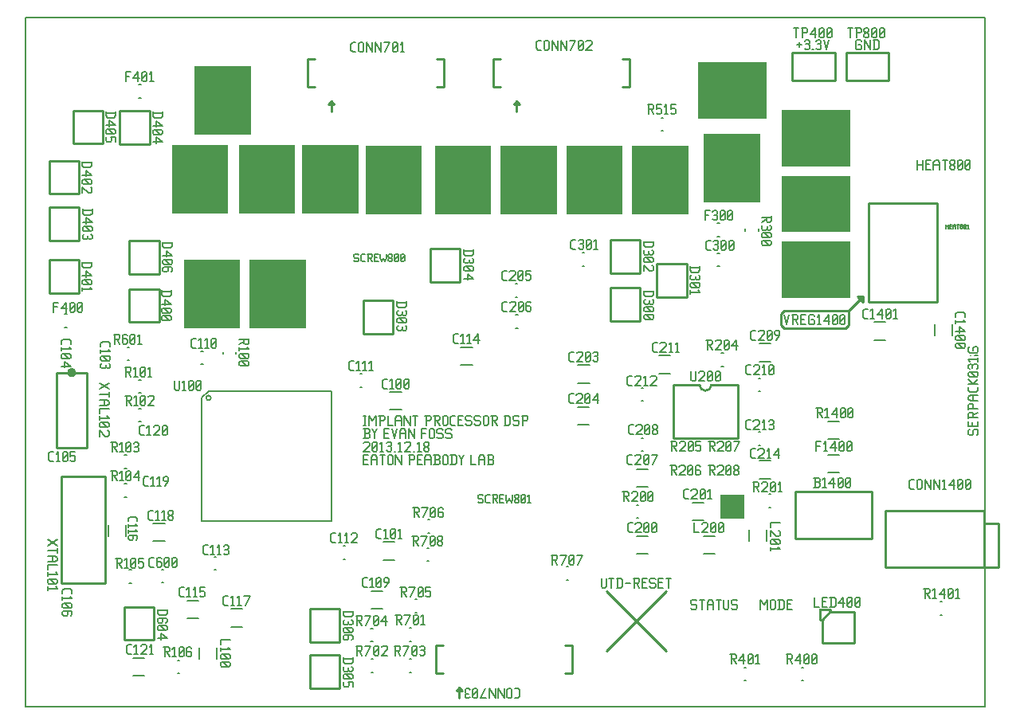
<source format=gbr>
G04 start of page 11 for group -4079 idx -4079 *
G04 Title: (unknown), topsilk *
G04 Creator: pcb 20110918 *
G04 CreationDate: Fri Feb 21 23:26:38 2014 UTC *
G04 For: fosse *
G04 Format: Gerber/RS-274X *
G04 PCB-Dimensions: 550000 350000 *
G04 PCB-Coordinate-Origin: lower left *
%MOIN*%
%FSLAX25Y25*%
%LNTOPSILK*%
%ADD220C,0.0080*%
%ADD219C,0.0060*%
%ADD218C,0.0100*%
%ADD217C,0.0001*%
G54D217*G36*
X132865Y177742D02*Y206442D01*
X156368D01*
Y177742D01*
X132865D01*
G37*
G36*
X105364D02*Y206442D01*
X128867D01*
Y177742D01*
X105364D01*
G37*
G36*
X100368Y225741D02*Y254441D01*
X123865D01*
Y225741D01*
X100368D01*
G37*
G36*
X128368D02*Y254441D01*
X151865D01*
Y225741D01*
X128368D01*
G37*
G36*
X154865D02*Y254441D01*
X178368D01*
Y225741D01*
X154865D01*
G37*
G36*
X109868Y258738D02*Y287438D01*
X133364D01*
Y258738D01*
X109868D01*
G37*
G36*
X355267Y245342D02*Y268839D01*
X383967D01*
Y245342D01*
X355267D01*
G37*
G36*
X339618Y108086D02*Y98088D01*
X329612D01*
Y108086D01*
X339618D01*
G37*
G36*
X355267Y217841D02*Y241338D01*
X383967D01*
Y217841D01*
X355267D01*
G37*
G36*
X383967Y190339D02*X355267D01*
Y213836D01*
X383967D01*
Y190339D01*
G37*
G36*
X346364Y230238D02*X322867D01*
Y258938D01*
X346364D01*
Y230238D01*
G37*
G36*
X348968Y265339D02*X320268D01*
Y288836D01*
X348968D01*
Y265339D01*
G37*
G36*
X181368Y225241D02*Y253941D01*
X204865D01*
Y225241D01*
X181368D01*
G37*
G36*
X210367D02*Y253941D01*
X233864D01*
Y225241D01*
X210367D01*
G37*
G36*
X237868D02*Y253941D01*
X261365D01*
Y225241D01*
X237868D01*
G37*
G36*
X265364D02*Y253941D01*
X288865D01*
Y225241D01*
X265364D01*
G37*
G36*
X292864D02*Y253941D01*
X316367D01*
Y225241D01*
X292864D01*
G37*
G54D218*X383500Y185000D02*X389500Y191000D01*
X387000D01*
X389500Y188500D01*
Y191000D01*
X383500Y185000D02*Y179000D01*
X382000Y177500D01*
X306970Y42688D02*X282210Y67448D01*
X307014Y67492D02*X282210Y42688D01*
X307014Y67493D02*Y67492D01*
X382000Y177500D02*X356500D01*
X355000Y179000D01*
Y183500D01*
X356500Y185000D01*
X383500D01*
G54D219*X361750Y296250D02*X363750D01*
X362750Y297250D02*Y295250D01*
X364950Y297750D02*X365450Y298250D01*
X366450D01*
X366950Y297750D01*
X366450Y294250D02*X366950Y294750D01*
X365450Y294250D02*X366450D01*
X364950Y294750D02*X365450Y294250D01*
Y296450D02*X366450D01*
X366950Y297750D02*Y296950D01*
Y295950D02*Y294750D01*
Y295950D02*X366450Y296450D01*
X366950Y296950D02*X366450Y296450D01*
X368150Y294250D02*X368650D01*
X369850Y297750D02*X370350Y298250D01*
X371350D01*
X371850Y297750D01*
X371350Y294250D02*X371850Y294750D01*
X370350Y294250D02*X371350D01*
X369850Y294750D02*X370350Y294250D01*
Y296450D02*X371350D01*
X371850Y297750D02*Y296950D01*
Y295950D02*Y294750D01*
Y295950D02*X371350Y296450D01*
X371850Y296950D02*X371350Y296450D01*
X373050Y298250D02*X374050Y294250D01*
X375050Y298250D01*
X388250D02*X388750Y297750D01*
X386750Y298250D02*X388250D01*
X386250Y297750D02*X386750Y298250D01*
X386250Y297750D02*Y294750D01*
X386750Y294250D01*
X388250D01*
X388750Y294750D01*
Y295750D02*Y294750D01*
X388250Y296250D02*X388750Y295750D01*
X387250Y296250D02*X388250D01*
X389950Y298250D02*Y294250D01*
Y298250D02*X392450Y294250D01*
Y298250D02*Y294250D01*
X394150Y298250D02*Y294250D01*
X395450Y298250D02*X396150Y297550D01*
Y294950D01*
X395450Y294250D02*X396150Y294950D01*
X393650Y294250D02*X395450D01*
X393650Y298250D02*X395450D01*
X180500Y129500D02*X181000Y130000D01*
X182500D01*
X183000Y129500D01*
Y128500D01*
X180500Y126000D02*X183000Y128500D01*
X180500Y126000D02*X183000D01*
X184200Y126500D02*X184700Y126000D01*
X184200Y129500D02*Y126500D01*
Y129500D02*X184700Y130000D01*
X185700D01*
X186200Y129500D01*
Y126500D01*
X185700Y126000D02*X186200Y126500D01*
X184700Y126000D02*X185700D01*
X184200Y127000D02*X186200Y129000D01*
X187400Y129200D02*X188200Y130000D01*
Y126000D01*
X187400D02*X188900D01*
X190100Y129500D02*X190600Y130000D01*
X191600D01*
X192100Y129500D01*
X191600Y126000D02*X192100Y126500D01*
X190600Y126000D02*X191600D01*
X190100Y126500D02*X190600Y126000D01*
Y128200D02*X191600D01*
X192100Y129500D02*Y128700D01*
Y127700D02*Y126500D01*
Y127700D02*X191600Y128200D01*
X192100Y128700D02*X191600Y128200D01*
X193300Y126000D02*X193800D01*
X195000Y129200D02*X195800Y130000D01*
Y126000D01*
X195000D02*X196500D01*
X197700Y129500D02*X198200Y130000D01*
X199700D01*
X200200Y129500D01*
Y128500D01*
X197700Y126000D02*X200200Y128500D01*
X197700Y126000D02*X200200D01*
X201400D02*X201900D01*
X203100Y129200D02*X203900Y130000D01*
Y126000D01*
X203100D02*X204600D01*
X205800Y126500D02*X206300Y126000D01*
X205800Y127300D02*Y126500D01*
Y127300D02*X206500Y128000D01*
X207100D01*
X207800Y127300D01*
Y126500D01*
X207300Y126000D02*X207800Y126500D01*
X206300Y126000D02*X207300D01*
X205800Y128700D02*X206500Y128000D01*
X205800Y129500D02*Y128700D01*
Y129500D02*X206300Y130000D01*
X207300D01*
X207800Y129500D01*
Y128700D01*
X207100Y128000D02*X207800Y128700D01*
X180500Y141000D02*X181500D01*
X181000D02*Y137000D01*
X180500D02*X181500D01*
X182700Y141000D02*Y137000D01*
Y141000D02*X184200Y139000D01*
X185700Y141000D01*
Y137000D01*
X187400Y141000D02*Y137000D01*
X186900Y141000D02*X188900D01*
X189400Y140500D01*
Y139500D01*
X188900Y139000D02*X189400Y139500D01*
X187400Y139000D02*X188900D01*
X190600Y141000D02*Y137000D01*
X192600D01*
X193800Y140000D02*Y137000D01*
Y140000D02*X194500Y141000D01*
X195600D01*
X196300Y140000D01*
Y137000D01*
X193800Y139000D02*X196300D01*
X197500Y141000D02*Y137000D01*
Y141000D02*X200000Y137000D01*
Y141000D02*Y137000D01*
X201200Y141000D02*X203200D01*
X202200D02*Y137000D01*
X206700Y141000D02*Y137000D01*
X206200Y141000D02*X208200D01*
X208700Y140500D01*
Y139500D01*
X208200Y139000D02*X208700Y139500D01*
X206700Y139000D02*X208200D01*
X209900Y141000D02*X211900D01*
X212400Y140500D01*
Y139500D01*
X211900Y139000D02*X212400Y139500D01*
X210400Y139000D02*X211900D01*
X210400Y141000D02*Y137000D01*
X211200Y139000D02*X212400Y137000D01*
X213600Y140500D02*Y137500D01*
Y140500D02*X214100Y141000D01*
X215100D01*
X215600Y140500D01*
Y137500D01*
X215100Y137000D02*X215600Y137500D01*
X214100Y137000D02*X215100D01*
X213600Y137500D02*X214100Y137000D01*
X217500D02*X218800D01*
X216800Y137700D02*X217500Y137000D01*
X216800Y140300D02*Y137700D01*
Y140300D02*X217500Y141000D01*
X218800D01*
X220000Y139200D02*X221500D01*
X220000Y137000D02*X222000D01*
X220000Y141000D02*Y137000D01*
Y141000D02*X222000D01*
X225200D02*X225700Y140500D01*
X223700Y141000D02*X225200D01*
X223200Y140500D02*X223700Y141000D01*
X223200Y140500D02*Y139500D01*
X223700Y139000D01*
X225200D01*
X225700Y138500D01*
Y137500D01*
X225200Y137000D02*X225700Y137500D01*
X223700Y137000D02*X225200D01*
X223200Y137500D02*X223700Y137000D01*
X228900Y141000D02*X229400Y140500D01*
X227400Y141000D02*X228900D01*
X226900Y140500D02*X227400Y141000D01*
X226900Y140500D02*Y139500D01*
X227400Y139000D01*
X228900D01*
X229400Y138500D01*
Y137500D01*
X228900Y137000D02*X229400Y137500D01*
X227400Y137000D02*X228900D01*
X226900Y137500D02*X227400Y137000D01*
X230600Y140500D02*Y137500D01*
Y140500D02*X231100Y141000D01*
X232100D01*
X232600Y140500D01*
Y137500D01*
X232100Y137000D02*X232600Y137500D01*
X231100Y137000D02*X232100D01*
X230600Y137500D02*X231100Y137000D01*
X233800Y141000D02*X235800D01*
X236300Y140500D01*
Y139500D01*
X235800Y139000D02*X236300Y139500D01*
X234300Y139000D02*X235800D01*
X234300Y141000D02*Y137000D01*
X235100Y139000D02*X236300Y137000D01*
X239800Y141000D02*Y137000D01*
X241100Y141000D02*X241800Y140300D01*
Y137700D01*
X241100Y137000D02*X241800Y137700D01*
X239300Y137000D02*X241100D01*
X239300Y141000D02*X241100D01*
X245000D02*X245500Y140500D01*
X243500Y141000D02*X245000D01*
X243000Y140500D02*X243500Y141000D01*
X243000Y140500D02*Y139500D01*
X243500Y139000D01*
X245000D01*
X245500Y138500D01*
Y137500D01*
X245000Y137000D02*X245500Y137500D01*
X243500Y137000D02*X245000D01*
X243000Y137500D02*X243500Y137000D01*
X247200Y141000D02*Y137000D01*
X246700Y141000D02*X248700D01*
X249200Y140500D01*
Y139500D01*
X248700Y139000D02*X249200Y139500D01*
X247200Y139000D02*X248700D01*
X180500Y131500D02*X182500D01*
X183000Y132000D01*
Y133200D02*Y132000D01*
X182500Y133700D02*X183000Y133200D01*
X181000Y133700D02*X182500D01*
X181000Y135500D02*Y131500D01*
X180500Y135500D02*X182500D01*
X183000Y135000D01*
Y134200D01*
X182500Y133700D02*X183000Y134200D01*
X184200Y135500D02*X185200Y133500D01*
X186200Y135500D01*
X185200Y133500D02*Y131500D01*
X189200Y133700D02*X190700D01*
X189200Y131500D02*X191200D01*
X189200Y135500D02*Y131500D01*
Y135500D02*X191200D01*
X192400D02*X193400Y131500D01*
X194400Y135500D01*
X195600Y134500D02*Y131500D01*
Y134500D02*X196300Y135500D01*
X197400D01*
X198100Y134500D01*
Y131500D01*
X195600Y133500D02*X198100D01*
X199300Y135500D02*Y131500D01*
Y135500D02*X201800Y131500D01*
Y135500D02*Y131500D01*
X204800Y135500D02*Y131500D01*
Y135500D02*X206800D01*
X204800Y133700D02*X206300D01*
X208000Y135000D02*Y132000D01*
Y135000D02*X208500Y135500D01*
X209500D01*
X210000Y135000D01*
Y132000D01*
X209500Y131500D02*X210000Y132000D01*
X208500Y131500D02*X209500D01*
X208000Y132000D02*X208500Y131500D01*
X213200Y135500D02*X213700Y135000D01*
X211700Y135500D02*X213200D01*
X211200Y135000D02*X211700Y135500D01*
X211200Y135000D02*Y134000D01*
X211700Y133500D01*
X213200D01*
X213700Y133000D01*
Y132000D01*
X213200Y131500D02*X213700Y132000D01*
X211700Y131500D02*X213200D01*
X211200Y132000D02*X211700Y131500D01*
X216900Y135500D02*X217400Y135000D01*
X215400Y135500D02*X216900D01*
X214900Y135000D02*X215400Y135500D01*
X214900Y135000D02*Y134000D01*
X215400Y133500D01*
X216900D01*
X217400Y133000D01*
Y132000D01*
X216900Y131500D02*X217400Y132000D01*
X215400Y131500D02*X216900D01*
X214900Y132000D02*X215400Y131500D01*
X319400Y64000D02*X319900Y63500D01*
X317900Y64000D02*X319400D01*
X317400Y63500D02*X317900Y64000D01*
X317400Y63500D02*Y62500D01*
X317900Y62000D01*
X319400D01*
X319900Y61500D01*
Y60500D01*
X319400Y60000D02*X319900Y60500D01*
X317900Y60000D02*X319400D01*
X317400Y60500D02*X317900Y60000D01*
X321100Y64000D02*X323100D01*
X322100D02*Y60000D01*
X324300Y63000D02*Y60000D01*
Y63000D02*X325000Y64000D01*
X326100D01*
X326800Y63000D01*
Y60000D01*
X324300Y62000D02*X326800D01*
X328000Y64000D02*X330000D01*
X329000D02*Y60000D01*
X331200Y64000D02*Y60500D01*
X331700Y60000D01*
X332700D01*
X333200Y60500D01*
Y64000D02*Y60500D01*
X336400Y64000D02*X336900Y63500D01*
X334900Y64000D02*X336400D01*
X334400Y63500D02*X334900Y64000D01*
X334400Y63500D02*Y62500D01*
X334900Y62000D01*
X336400D01*
X336900Y61500D01*
Y60500D01*
X336400Y60000D02*X336900Y60500D01*
X334900Y60000D02*X336400D01*
X334400Y60500D02*X334900Y60000D01*
X346500Y64000D02*Y60000D01*
Y64000D02*X348000Y62000D01*
X349500Y64000D01*
Y60000D01*
X350700Y63500D02*Y60500D01*
Y63500D02*X351200Y64000D01*
X352200D01*
X352700Y63500D01*
Y60500D01*
X352200Y60000D02*X352700Y60500D01*
X351200Y60000D02*X352200D01*
X350700Y60500D02*X351200Y60000D01*
X354400Y64000D02*Y60000D01*
X355700Y64000D02*X356400Y63300D01*
Y60700D01*
X355700Y60000D02*X356400Y60700D01*
X353900Y60000D02*X355700D01*
X353900Y64000D02*X355700D01*
X357600Y62200D02*X359100D01*
X357600Y60000D02*X359600D01*
X357600Y64000D02*Y60000D01*
Y64000D02*X359600D01*
X280000Y73000D02*Y69500D01*
X280500Y69000D01*
X281500D01*
X282000Y69500D01*
Y73000D02*Y69500D01*
X283200Y73000D02*X285200D01*
X284200D02*Y69000D01*
X286900Y73000D02*Y69000D01*
X288200Y73000D02*X288900Y72300D01*
Y69700D01*
X288200Y69000D02*X288900Y69700D01*
X286400Y69000D02*X288200D01*
X286400Y73000D02*X288200D01*
X290100Y71000D02*X292100D01*
X293300Y73000D02*X295300D01*
X295800Y72500D01*
Y71500D01*
X295300Y71000D02*X295800Y71500D01*
X293800Y71000D02*X295300D01*
X293800Y73000D02*Y69000D01*
X294600Y71000D02*X295800Y69000D01*
X297000Y71200D02*X298500D01*
X297000Y69000D02*X299000D01*
X297000Y73000D02*Y69000D01*
Y73000D02*X299000D01*
X302200D02*X302700Y72500D01*
X300700Y73000D02*X302200D01*
X300200Y72500D02*X300700Y73000D01*
X300200Y72500D02*Y71500D01*
X300700Y71000D01*
X302200D01*
X302700Y70500D01*
Y69500D01*
X302200Y69000D02*X302700Y69500D01*
X300700Y69000D02*X302200D01*
X300200Y69500D02*X300700Y69000D01*
X303900Y71200D02*X305400D01*
X303900Y69000D02*X305900D01*
X303900Y73000D02*Y69000D01*
Y73000D02*X305900D01*
X307100D02*X309100D01*
X308100D02*Y69000D01*
X180500Y122700D02*X182000D01*
X180500Y120500D02*X182500D01*
X180500Y124500D02*Y120500D01*
Y124500D02*X182500D01*
X183700Y123500D02*Y120500D01*
Y123500D02*X184400Y124500D01*
X185500D01*
X186200Y123500D01*
Y120500D01*
X183700Y122500D02*X186200D01*
X187400Y124500D02*X189400D01*
X188400D02*Y120500D01*
X190600Y124000D02*Y121000D01*
Y124000D02*X191100Y124500D01*
X192100D01*
X192600Y124000D01*
Y121000D01*
X192100Y120500D02*X192600Y121000D01*
X191100Y120500D02*X192100D01*
X190600Y121000D02*X191100Y120500D01*
X193800Y124500D02*Y120500D01*
Y124500D02*X196300Y120500D01*
Y124500D02*Y120500D01*
X199800Y124500D02*Y120500D01*
X199300Y124500D02*X201300D01*
X201800Y124000D01*
Y123000D01*
X201300Y122500D02*X201800Y123000D01*
X199800Y122500D02*X201300D01*
X203000Y122700D02*X204500D01*
X203000Y120500D02*X205000D01*
X203000Y124500D02*Y120500D01*
Y124500D02*X205000D01*
X206200Y123500D02*Y120500D01*
Y123500D02*X206900Y124500D01*
X208000D01*
X208700Y123500D01*
Y120500D01*
X206200Y122500D02*X208700D01*
X209900Y120500D02*X211900D01*
X212400Y121000D01*
Y122200D02*Y121000D01*
X211900Y122700D02*X212400Y122200D01*
X210400Y122700D02*X211900D01*
X210400Y124500D02*Y120500D01*
X209900Y124500D02*X211900D01*
X212400Y124000D01*
Y123200D01*
X211900Y122700D02*X212400Y123200D01*
X213600Y124000D02*Y121000D01*
Y124000D02*X214100Y124500D01*
X215100D01*
X215600Y124000D01*
Y121000D01*
X215100Y120500D02*X215600Y121000D01*
X214100Y120500D02*X215100D01*
X213600Y121000D02*X214100Y120500D01*
X217300Y124500D02*Y120500D01*
X218600Y124500D02*X219300Y123800D01*
Y121200D01*
X218600Y120500D02*X219300Y121200D01*
X216800Y120500D02*X218600D01*
X216800Y124500D02*X218600D01*
X220500D02*X221500Y122500D01*
X222500Y124500D01*
X221500Y122500D02*Y120500D01*
X225500Y124500D02*Y120500D01*
X227500D01*
X228700Y123500D02*Y120500D01*
Y123500D02*X229400Y124500D01*
X230500D01*
X231200Y123500D01*
Y120500D01*
X228700Y122500D02*X231200D01*
X232400Y120500D02*X234400D01*
X234900Y121000D01*
Y122200D02*Y121000D01*
X234400Y122700D02*X234900Y122200D01*
X232900Y122700D02*X234400D01*
X232900Y124500D02*Y120500D01*
X232400Y124500D02*X234400D01*
X234900Y124000D01*
Y123200D01*
X234400Y122700D02*X234900Y123200D01*
G54D218*X210669Y44845D02*Y33230D01*
X267756Y44845D02*Y33230D01*
X264803D02*X267756D01*
X210669D02*X213622D01*
X210669Y44845D02*X213622D01*
X264803D02*X267756D01*
X220511Y27128D02*Y22994D01*
Y27128D02*X221693Y25947D01*
X220511Y27128D02*X219330Y25947D01*
X221693D01*
X385693Y46004D02*Y58996D01*
X372307Y46004D02*X385693D01*
X375850Y58996D02*X385693D01*
X375850D03*
X371323Y55650D02*Y59980D01*
X375850D02*X371323D01*
Y55650D02*X372307D01*
X371323Y59980D03*
X372307Y55453D02*Y46004D01*
X375850Y58996D02*Y59980D01*
Y59193D02*X372307Y55650D01*
X393088Y109270D02*X361041D01*
Y89585D01*
X393088Y109270D02*Y89585D01*
X361041D01*
X446075Y77689D02*X398831D01*
Y101311D01*
X440169D01*
Y95799D02*X446075D01*
Y77689D01*
X440169Y101311D02*Y77689D01*
G54D220*X421607Y63255D02*X422393D01*
X421607Y57745D02*X422393D01*
X328517Y221495D02*X329303D01*
X328517Y215985D02*X329303D01*
X328517Y208995D02*X329303D01*
X328517Y203485D02*X329303D01*
X345665Y219133D02*Y218347D01*
X340155Y219133D02*Y218347D01*
G54D218*X359793Y293057D02*X377706D01*
Y281443D01*
X359793D01*
Y293057D01*
X382293D02*X400206D01*
Y281443D01*
X382293D01*
Y293057D01*
X391800Y229900D02*Y188500D01*
X420300D02*X391800D01*
X420300Y229900D02*Y188500D01*
Y229900D02*X391800D01*
G54D220*X426740Y179362D02*Y174638D01*
X419260Y179362D02*Y174638D01*
X394138Y180240D02*X398862D01*
X394138Y172760D02*X398862D01*
X374638Y138740D02*X379362D01*
X374638Y131260D02*X379362D01*
X374638Y124740D02*X379362D01*
X374638Y117260D02*X379362D01*
X183733Y67740D02*X188457D01*
X183733Y60260D02*X188457D01*
X202107Y64255D02*X202893D01*
X202107Y58745D02*X202893D01*
X207107Y85755D02*X207893D01*
X207107Y80245D02*X207893D01*
X207407Y97555D02*X208193D01*
X207407Y92045D02*X208193D01*
X172017Y86495D02*X172803D01*
X172017Y80985D02*X172803D01*
X125138Y60240D02*X129862D01*
X125138Y52760D02*X129862D01*
G54D218*X158000Y60300D02*Y46400D01*
X170400D01*
Y60300D01*
X158000D01*
G54D220*X363607Y35755D02*X364393D01*
X363607Y30245D02*X364393D01*
X339607Y35755D02*X340393D01*
X339607Y30245D02*X340393D01*
X349240Y93362D02*Y88638D01*
X341760Y93362D02*Y88638D01*
X346138Y122240D02*X350862D01*
X346138Y114760D02*X350862D01*
X350107Y108255D02*X350893D01*
X350107Y102745D02*X350893D01*
X294638Y90740D02*X299362D01*
X294638Y83260D02*X299362D01*
X294607Y103755D02*X295393D01*
X294607Y98245D02*X295393D01*
X294638Y118740D02*X299362D01*
X294638Y111260D02*X299362D01*
X322638Y90740D02*X327362D01*
X322638Y83260D02*X327362D01*
X318043Y104740D02*X322767D01*
X318043Y97260D02*X322767D01*
X265307Y77855D02*X266093D01*
X265307Y72345D02*X266093D01*
X270043Y144740D02*X274767D01*
X270043Y137260D02*X274767D01*
X296607Y131755D02*X297393D01*
X296607Y126245D02*X297393D01*
X296607Y152755D02*X297393D01*
X296607Y147245D02*X297393D01*
X270233Y162240D02*X274957D01*
X270233Y154760D02*X274957D01*
X304138Y166240D02*X308862D01*
X304138Y158760D02*X308862D01*
X330150Y167255D02*X330936D01*
X330150Y161745D02*X330936D01*
X346138Y171240D02*X350862D01*
X346138Y163760D02*X350862D01*
G54D218*X321000Y154000D02*X310000D01*
X337000D02*X326000D01*
X337000D02*Y131600D01*
X310000D01*
Y154000D02*Y131600D01*
X321000Y154000D02*G75*G03X326000Y154000I2500J0D01*G01*
G54D220*X345607Y134255D02*X346393D01*
X345607Y128745D02*X346393D01*
X345650Y156755D02*X346436D01*
X345650Y151245D02*X346436D01*
X305107Y265755D02*X305893D01*
X305107Y260245D02*X305893D01*
G54D218*X234667Y290229D02*Y278614D01*
X291754D02*Y290229D01*
X288801Y278614D02*X291754D01*
X234667D02*X237620D01*
X234667Y290229D02*X237620D01*
X288801D02*X291754D01*
X244509Y272512D02*Y268378D01*
Y272512D02*X245691Y271331D01*
X244509Y272512D02*X243328Y271331D01*
X245691D02*X243328D01*
X283790Y194590D02*Y180690D01*
X296190D01*
Y194590D02*Y180690D01*
X283790Y194590D02*X296190D01*
X303240Y204590D02*Y190690D01*
X315640D01*
Y204590D02*Y190690D01*
X303240Y204590D02*X315640D01*
X283740Y214590D02*Y200690D01*
X296140D01*
Y214590D02*Y200690D01*
X283740Y214590D02*X296140D01*
G54D220*X272064Y209255D02*X272850D01*
X272064Y203745D02*X272850D01*
G54D218*X82510Y194040D02*Y180140D01*
X94910D01*
Y194040D02*Y180140D01*
X82510Y194040D02*X94910D01*
G54D220*X127165Y167633D02*Y166847D01*
X121655Y167633D02*Y166847D01*
X112517Y167995D02*X113303D01*
X112517Y162485D02*X113303D01*
X81607Y169755D02*X82393D01*
X81607Y164245D02*X82393D01*
G54D218*X82510Y214240D02*Y200340D01*
X94910D01*
Y214240D01*
X82510D01*
X78510Y268540D02*Y254640D01*
X90910D01*
Y268540D02*Y254640D01*
X78510Y268540D02*X90910D01*
G54D220*X86474Y279495D02*X87260D01*
X86474Y273985D02*X87260D01*
G54D218*X48960Y228240D02*Y214340D01*
X61360D01*
Y228240D02*Y214340D01*
X48960Y228240D02*X61360D01*
X48960Y247740D02*Y233840D01*
X61360D01*
Y247740D02*Y233840D01*
X48960Y247740D02*X61360D01*
X58960Y268740D02*Y254840D01*
X71360D01*
Y268740D02*Y254840D01*
X58960Y268740D02*X71360D01*
X48960Y206240D02*Y192340D01*
X61360D01*
Y206240D02*Y192340D01*
X48960Y206240D02*X61360D01*
G54D220*X55474Y183495D02*X56260D01*
X55474Y177985D02*X56260D01*
G54D218*X64709Y158988D02*Y127492D01*
X52110D02*X64709D01*
X52110Y158988D02*Y127492D01*
Y158988D02*X64709D01*
X57214Y159733D02*X59566D01*
X57214Y158361D02*X59566D01*
X59731Y159136D02*G75*G03X58359Y160508I-1372J0D01*G01*
G75*G03X56987Y159136I0J-1372D01*G01*
X58390Y157577D02*G75*G03X59762Y158949I0J1372D01*G01*
X57018D02*G75*G03X58390Y157577I1372J0D01*G01*
G54D220*X80517Y124495D02*X81303D01*
X80517Y118985D02*X81303D01*
X80517Y112495D02*X81303D01*
X80517Y106985D02*X81303D01*
X86517Y143995D02*X87303D01*
X86517Y138485D02*X87303D01*
X86517Y155995D02*X87303D01*
X86517Y150485D02*X87303D01*
X119240Y43862D02*Y39138D01*
X111760Y43862D02*Y39138D01*
X106638Y63740D02*X111362D01*
X106638Y56260D02*X111362D01*
G54D218*X80460Y61028D02*Y47128D01*
X92860D01*
Y61028D01*
X80460D01*
G54D220*X82517Y76495D02*X83303D01*
X82517Y70985D02*X83303D01*
X96064Y76755D02*X96850D01*
X96064Y71245D02*X96850D01*
X84138Y39740D02*X88862D01*
X84138Y32260D02*X88862D01*
X102607Y38755D02*X103393D01*
X102607Y33245D02*X103393D01*
X183607Y39255D02*X184393D01*
X183607Y33745D02*X184393D01*
G54D218*X158000Y40800D02*Y26900D01*
X170400D01*
Y40800D01*
X158000D01*
G54D220*X199607Y39255D02*X200393D01*
X199607Y33745D02*X200393D01*
G54D218*X72492Y115681D02*Y70799D01*
X53988D02*X72492D01*
X53988Y115681D02*Y70799D01*
Y115681D02*X72492D01*
G54D220*X81240Y95362D02*Y90638D01*
X73760Y95362D02*Y90638D01*
X92548Y95980D02*X97272D01*
X92548Y88500D02*X97272D01*
X118060Y81995D02*X118846D01*
X118060Y76485D02*X118846D01*
X115651Y151399D02*X167069D01*
Y97081D01*
X112751D01*
Y148499D01*
X115651Y151399D01*
X114651Y148499D02*G75*G03X114651Y148499I1000J0D01*G01*
X188638Y88240D02*X193362D01*
X188638Y80760D02*X193362D01*
X183517Y51995D02*X184303D01*
X183517Y46485D02*X184303D01*
X199607Y52255D02*X200393D01*
X199607Y46745D02*X200393D01*
X221233Y169740D02*X225957D01*
X221233Y162260D02*X225957D01*
X244150Y183255D02*X244936D01*
X244150Y177745D02*X244936D01*
X244107Y196255D02*X244893D01*
X244107Y190745D02*X244893D01*
G54D218*X180500Y189300D02*Y175400D01*
X192900D01*
Y189300D01*
X180500D01*
X208500Y211000D02*Y197100D01*
X220900D01*
Y211000D01*
X208500D01*
G54D220*X191548Y150980D02*X196272D01*
X191548Y143500D02*X196272D01*
X179017Y158495D02*X179803D01*
X179017Y152985D02*X179803D01*
G54D218*X157097Y290239D02*Y278624D01*
X214184D02*Y290239D01*
X211231Y278624D02*X214184D01*
X157097D02*X160050D01*
X157097Y290239D02*X160050D01*
X211231D02*X214184D01*
X166939Y272522D02*Y268388D01*
Y272522D02*X168121Y271341D01*
X166939Y272522D02*X165758Y271341D01*
X168121D02*X165758D01*
G54D219*X38910Y307540D02*Y19140D01*
Y307540D02*X440310D01*
Y19140D01*
X38910D02*X440310D01*
X239093Y184650D02*X240393D01*
X238393Y185350D02*X239093Y184650D01*
X238393Y187950D02*Y185350D01*
Y187950D02*X239093Y188650D01*
X240393D01*
X241593Y188150D02*X242093Y188650D01*
X243593D01*
X244093Y188150D01*
Y187150D01*
X241593Y184650D02*X244093Y187150D01*
X241593Y184650D02*X244093D01*
X245293Y185150D02*X245793Y184650D01*
X245293Y188150D02*Y185150D01*
Y188150D02*X245793Y188650D01*
X246793D01*
X247293Y188150D01*
Y185150D01*
X246793Y184650D02*X247293Y185150D01*
X245793Y184650D02*X246793D01*
X245293Y185650D02*X247293Y187650D01*
X249993Y188650D02*X250493Y188150D01*
X248993Y188650D02*X249993D01*
X248493Y188150D02*X248993Y188650D01*
X248493Y188150D02*Y185150D01*
X248993Y184650D01*
X249993Y186850D02*X250493Y186350D01*
X248493Y186850D02*X249993D01*
X248993Y184650D02*X249993D01*
X250493Y185150D01*
Y186350D02*Y185150D01*
X50760Y188390D02*Y184390D01*
Y188390D02*X52760D01*
X50760Y186590D02*X52260D01*
X53960Y185890D02*X55960Y188390D01*
X53960Y185890D02*X56460D01*
X55960Y188390D02*Y184390D01*
X57660Y184890D02*X58160Y184390D01*
X57660Y187890D02*Y184890D01*
Y187890D02*X58160Y188390D01*
X59160D01*
X59660Y187890D01*
Y184890D01*
X59160Y184390D02*X59660Y184890D01*
X58160Y184390D02*X59160D01*
X57660Y185390D02*X59660Y187390D01*
X60860Y184890D02*X61360Y184390D01*
X60860Y187890D02*Y184890D01*
Y187890D02*X61360Y188390D01*
X62360D01*
X62860Y187890D01*
Y184890D01*
X62360Y184390D02*X62860Y184890D01*
X61360Y184390D02*X62360D01*
X60860Y185390D02*X62860Y187390D01*
X96016Y192962D02*X100016D01*
Y191662D02*X99316Y190962D01*
X96716D02*X99316D01*
X96016Y191662D02*X96716Y190962D01*
X96016Y193462D02*Y191662D01*
X100016Y193462D02*Y191662D01*
X97516Y189762D02*X100016Y187762D01*
X97516Y189762D02*Y187262D01*
X96016Y187762D02*X100016D01*
X96516Y186062D02*X96016Y185562D01*
X96516Y186062D02*X99516D01*
X100016Y185562D01*
Y184562D01*
X99516Y184062D01*
X96516D02*X99516D01*
X96016Y184562D02*X96516Y184062D01*
X96016Y185562D02*Y184562D01*
X97016Y186062D02*X99016Y184062D01*
X96516Y182862D02*X96016Y182362D01*
X96516Y182862D02*X99516D01*
X100016Y182362D01*
Y181362D01*
X99516Y180862D01*
X96516D02*X99516D01*
X96016Y181362D02*X96516Y180862D01*
X96016Y182362D02*Y181362D01*
X97016Y182862D02*X99016Y180862D01*
X92381Y267645D02*X96381D01*
Y266345D02*X95681Y265645D01*
X93081D02*X95681D01*
X92381Y266345D02*X93081Y265645D01*
X92381Y268145D02*Y266345D01*
X96381Y268145D02*Y266345D01*
X93881Y264445D02*X96381Y262445D01*
X93881Y264445D02*Y261945D01*
X92381Y262445D02*X96381D01*
X92881Y260745D02*X92381Y260245D01*
X92881Y260745D02*X95881D01*
X96381Y260245D01*
Y259245D01*
X95881Y258745D01*
X92881D02*X95881D01*
X92381Y259245D02*X92881Y258745D01*
X92381Y260245D02*Y259245D01*
X93381Y260745D02*X95381Y258745D01*
X93881Y257545D02*X96381Y255545D01*
X93881Y257545D02*Y255045D01*
X92381Y255545D02*X96381D01*
X72673Y267766D02*X76673D01*
Y266466D02*X75973Y265766D01*
X73373D02*X75973D01*
X72673Y266466D02*X73373Y265766D01*
X72673Y268266D02*Y266466D01*
X76673Y268266D02*Y266466D01*
X74173Y264566D02*X76673Y262566D01*
X74173Y264566D02*Y262066D01*
X72673Y262566D02*X76673D01*
X73173Y260866D02*X72673Y260366D01*
X73173Y260866D02*X76173D01*
X76673Y260366D01*
Y259366D01*
X76173Y258866D01*
X73173D02*X76173D01*
X72673Y259366D02*X73173Y258866D01*
X72673Y260366D02*Y259366D01*
X73673Y260866D02*X75673Y258866D01*
X76673Y257666D02*Y255666D01*
X74673Y257666D02*X76673D01*
X74673D02*X75173Y257166D01*
Y256166D01*
X74673Y255666D01*
X73173D02*X74673D01*
X72673Y256166D02*X73173Y255666D01*
X72673Y257166D02*Y256166D01*
X73173Y257666D02*X72673Y257166D01*
X80992Y284839D02*Y280839D01*
Y284839D02*X82992D01*
X80992Y283039D02*X82492D01*
X84192Y282339D02*X86192Y284839D01*
X84192Y282339D02*X86692D01*
X86192Y284839D02*Y280839D01*
X87892Y281339D02*X88392Y280839D01*
X87892Y284339D02*Y281339D01*
Y284339D02*X88392Y284839D01*
X89392D01*
X89892Y284339D01*
Y281339D01*
X89392Y280839D02*X89892Y281339D01*
X88392Y280839D02*X89392D01*
X87892Y281839D02*X89892Y283839D01*
X91092Y284039D02*X91892Y284839D01*
Y280839D01*
X91092D02*X92592D01*
X253546Y294111D02*X254846D01*
X252846Y294811D02*X253546Y294111D01*
X252846Y297411D02*Y294811D01*
Y297411D02*X253546Y298111D01*
X254846D01*
X256046Y297611D02*Y294611D01*
Y297611D02*X256546Y298111D01*
X257546D01*
X258046Y297611D01*
Y294611D01*
X257546Y294111D02*X258046Y294611D01*
X256546Y294111D02*X257546D01*
X256046Y294611D02*X256546Y294111D01*
X259246Y298111D02*Y294111D01*
Y298111D02*X261746Y294111D01*
Y298111D02*Y294111D01*
X262946Y298111D02*Y294111D01*
Y298111D02*X265446Y294111D01*
Y298111D02*Y294111D01*
X267146D02*X269146Y298111D01*
X266646D02*X269146D01*
X270346Y294611D02*X270846Y294111D01*
X270346Y297611D02*Y294611D01*
Y297611D02*X270846Y298111D01*
X271846D01*
X272346Y297611D01*
Y294611D01*
X271846Y294111D02*X272346Y294611D01*
X270846Y294111D02*X271846D01*
X270346Y295111D02*X272346Y297111D01*
X273546Y297611D02*X274046Y298111D01*
X275546D01*
X276046Y297611D01*
Y296611D01*
X273546Y294111D02*X276046Y296611D01*
X273546Y294111D02*X276046D01*
X175936Y293131D02*X177236D01*
X175236Y293831D02*X175936Y293131D01*
X175236Y296431D02*Y293831D01*
Y296431D02*X175936Y297131D01*
X177236D01*
X178436Y296631D02*Y293631D01*
Y296631D02*X178936Y297131D01*
X179936D01*
X180436Y296631D01*
Y293631D01*
X179936Y293131D02*X180436Y293631D01*
X178936Y293131D02*X179936D01*
X178436Y293631D02*X178936Y293131D01*
X181636Y297131D02*Y293131D01*
Y297131D02*X184136Y293131D01*
Y297131D02*Y293131D01*
X185336Y297131D02*Y293131D01*
Y297131D02*X187836Y293131D01*
Y297131D02*Y293131D01*
X189536D02*X191536Y297131D01*
X189036D02*X191536D01*
X192736Y293631D02*X193236Y293131D01*
X192736Y296631D02*Y293631D01*
Y296631D02*X193236Y297131D01*
X194236D01*
X194736Y296631D01*
Y293631D01*
X194236Y293131D02*X194736Y293631D01*
X193236Y293131D02*X194236D01*
X192736Y294131D02*X194736Y296131D01*
X195936Y296331D02*X196736Y297131D01*
Y293131D01*
X195936D02*X197436D01*
X96510Y213240D02*X100510D01*
Y211940D02*X99810Y211240D01*
X97210D02*X99810D01*
X96510Y211940D02*X97210Y211240D01*
X96510Y213740D02*Y211940D01*
X100510Y213740D02*Y211940D01*
X98010Y210040D02*X100510Y208040D01*
X98010Y210040D02*Y207540D01*
X96510Y208040D02*X100510D01*
X97010Y206340D02*X96510Y205840D01*
X97010Y206340D02*X100010D01*
X100510Y205840D01*
Y204840D01*
X100010Y204340D01*
X97010D02*X100010D01*
X96510Y204840D02*X97010Y204340D01*
X96510Y205840D02*Y204840D01*
X97510Y206340D02*X99510Y204340D01*
X100510Y201640D02*X100010Y201140D01*
X100510Y202640D02*Y201640D01*
X100010Y203140D02*X100510Y202640D01*
X97010Y203140D02*X100010D01*
X97010D02*X96510Y202640D01*
X98710Y201640D02*X98210Y201140D01*
X98710Y203140D02*Y201640D01*
X96510Y202640D02*Y201640D01*
X97010Y201140D01*
X98210D01*
X62920Y227043D02*X66920D01*
Y225743D02*X66220Y225043D01*
X63620D02*X66220D01*
X62920Y225743D02*X63620Y225043D01*
X62920Y227543D02*Y225743D01*
X66920Y227543D02*Y225743D01*
X64420Y223843D02*X66920Y221843D01*
X64420Y223843D02*Y221343D01*
X62920Y221843D02*X66920D01*
X63420Y220143D02*X62920Y219643D01*
X63420Y220143D02*X66420D01*
X66920Y219643D01*
Y218643D01*
X66420Y218143D01*
X63420D02*X66420D01*
X62920Y218643D02*X63420Y218143D01*
X62920Y219643D02*Y218643D01*
X63920Y220143D02*X65920Y218143D01*
X66420Y216943D02*X66920Y216443D01*
Y215443D01*
X66420Y214943D01*
X62920Y215443D02*X63420Y214943D01*
X62920Y216443D02*Y215443D01*
X63420Y216943D02*X62920Y216443D01*
X65120D02*Y215443D01*
X65620Y214943D02*X66420D01*
X63420D02*X64620D01*
X65120Y215443D01*
X65620Y214943D02*X65120Y215443D01*
X62752Y204792D02*X66752D01*
Y203492D02*X66052Y202792D01*
X63452D02*X66052D01*
X62752Y203492D02*X63452Y202792D01*
X62752Y205292D02*Y203492D01*
X66752Y205292D02*Y203492D01*
X64252Y201592D02*X66752Y199592D01*
X64252Y201592D02*Y199092D01*
X62752Y199592D02*X66752D01*
X63252Y197892D02*X62752Y197392D01*
X63252Y197892D02*X66252D01*
X66752Y197392D01*
Y196392D01*
X66252Y195892D01*
X63252D02*X66252D01*
X62752Y196392D02*X63252Y195892D01*
X62752Y197392D02*Y196392D01*
X63752Y197892D02*X65752Y195892D01*
X65952Y194692D02*X66752Y193892D01*
X62752D02*X66752D01*
X62752Y194692D02*Y193192D01*
Y246845D02*X66752D01*
Y245545D02*X66052Y244845D01*
X63452D02*X66052D01*
X62752Y245545D02*X63452Y244845D01*
X62752Y247345D02*Y245545D01*
X66752Y247345D02*Y245545D01*
X64252Y243645D02*X66752Y241645D01*
X64252Y243645D02*Y241145D01*
X62752Y241645D02*X66752D01*
X63252Y239945D02*X62752Y239445D01*
X63252Y239945D02*X66252D01*
X66752Y239445D01*
Y238445D01*
X66252Y237945D01*
X63252D02*X66252D01*
X62752Y238445D02*X63252Y237945D01*
X62752Y239445D02*Y238445D01*
X63752Y239945D02*X65752Y237945D01*
X66252Y236745D02*X66752Y236245D01*
Y234745D01*
X66252Y234245D01*
X65252D02*X66252D01*
X62752Y236745D02*X65252Y234245D01*
X62752Y236745D02*Y234245D01*
X132560Y173390D02*Y171390D01*
X132060Y170890D01*
X131060D02*X132060D01*
X130560Y171390D02*X131060Y170890D01*
X130560Y172890D02*Y171390D01*
X128560Y172890D02*X132560D01*
X130560Y172090D02*X128560Y170890D01*
X131760Y169690D02*X132560Y168890D01*
X128560D02*X132560D01*
X128560Y169690D02*Y168190D01*
X129060Y166990D02*X128560Y166490D01*
X129060Y166990D02*X132060D01*
X132560Y166490D01*
Y165490D01*
X132060Y164990D01*
X129060D02*X132060D01*
X128560Y165490D02*X129060Y164990D01*
X128560Y166490D02*Y165490D01*
X129560Y166990D02*X131560Y164990D01*
X129060Y163790D02*X128560Y163290D01*
X129060Y163790D02*X132060D01*
X132560Y163290D01*
Y162290D01*
X132060Y161790D01*
X129060D02*X132060D01*
X128560Y162290D02*X129060Y161790D01*
X128560Y163290D02*Y162290D01*
X129560Y163790D02*X131560Y161790D01*
X109003Y169390D02*X110303D01*
X108303Y170090D02*X109003Y169390D01*
X108303Y172690D02*Y170090D01*
Y172690D02*X109003Y173390D01*
X110303D01*
X111503Y172590D02*X112303Y173390D01*
Y169390D01*
X111503D02*X113003D01*
X114203Y172590D02*X115003Y173390D01*
Y169390D01*
X114203D02*X115703D01*
X116903Y169890D02*X117403Y169390D01*
X116903Y172890D02*Y169890D01*
Y172890D02*X117403Y173390D01*
X118403D01*
X118903Y172890D01*
Y169890D01*
X118403Y169390D02*X118903Y169890D01*
X117403Y169390D02*X118403D01*
X116903Y170390D02*X118903Y172390D01*
X101410Y155740D02*Y152240D01*
X101910Y151740D01*
X102910D01*
X103410Y152240D01*
Y155740D02*Y152240D01*
X104610Y154940D02*X105410Y155740D01*
Y151740D01*
X104610D02*X106110D01*
X107310Y152240D02*X107810Y151740D01*
X107310Y155240D02*Y152240D01*
Y155240D02*X107810Y155740D01*
X108810D01*
X109310Y155240D01*
Y152240D01*
X108810Y151740D02*X109310Y152240D01*
X107810Y151740D02*X108810D01*
X107310Y152740D02*X109310Y154740D01*
X110510Y152240D02*X111010Y151740D01*
X110510Y155240D02*Y152240D01*
Y155240D02*X111010Y155740D01*
X112010D01*
X112510Y155240D01*
Y152240D01*
X112010Y151740D02*X112510Y152240D01*
X111010Y151740D02*X112010D01*
X110510Y152740D02*X112510Y154740D01*
X70036Y154614D02*X74036Y152114D01*
Y154614D02*X70036Y152114D01*
X74036Y150914D02*Y148914D01*
X70036Y149914D02*X74036D01*
X70036Y147714D02*X73036D01*
X74036Y147014D01*
Y145914D01*
X73036Y145214D01*
X70036D02*X73036D01*
X72036Y147714D02*Y145214D01*
X70036Y144014D02*X74036D01*
X70036D02*Y142014D01*
X73236Y140814D02*X74036Y140014D01*
X70036D02*X74036D01*
X70036Y140814D02*Y139314D01*
X70536Y138114D02*X70036Y137614D01*
X70536Y138114D02*X73536D01*
X74036Y137614D01*
Y136614D01*
X73536Y136114D01*
X70536D02*X73536D01*
X70036Y136614D02*X70536Y136114D01*
X70036Y137614D02*Y136614D01*
X71036Y138114D02*X73036Y136114D01*
X73536Y134914D02*X74036Y134414D01*
Y132914D01*
X73536Y132414D01*
X72536D02*X73536D01*
X70036Y134914D02*X72536Y132414D01*
X70036Y134914D02*Y132414D01*
X80760Y149390D02*X82760D01*
X83260Y148890D01*
Y147890D01*
X82760Y147390D02*X83260Y147890D01*
X81260Y147390D02*X82760D01*
X81260Y149390D02*Y145390D01*
X82060Y147390D02*X83260Y145390D01*
X84460Y148590D02*X85260Y149390D01*
Y145390D01*
X84460D02*X85960D01*
X87160Y145890D02*X87660Y145390D01*
X87160Y148890D02*Y145890D01*
Y148890D02*X87660Y149390D01*
X88660D01*
X89160Y148890D01*
Y145890D01*
X88660Y145390D02*X89160Y145890D01*
X87660Y145390D02*X88660D01*
X87160Y146390D02*X89160Y148390D01*
X90360Y148890D02*X90860Y149390D01*
X92360D01*
X92860Y148890D01*
Y147890D01*
X90360Y145390D02*X92860Y147890D01*
X90360Y145390D02*X92860D01*
X74760Y129890D02*X76760D01*
X77260Y129390D01*
Y128390D01*
X76760Y127890D02*X77260Y128390D01*
X75260Y127890D02*X76760D01*
X75260Y129890D02*Y125890D01*
X76060Y127890D02*X77260Y125890D01*
X78460Y129090D02*X79260Y129890D01*
Y125890D01*
X78460D02*X79960D01*
X81160Y126390D02*X81660Y125890D01*
X81160Y129390D02*Y126390D01*
Y129390D02*X81660Y129890D01*
X82660D01*
X83160Y129390D01*
Y126390D01*
X82660Y125890D02*X83160Y126390D01*
X81660Y125890D02*X82660D01*
X81160Y126890D02*X83160Y128890D01*
X84360Y129390D02*X84860Y129890D01*
X85860D01*
X86360Y129390D01*
X85860Y125890D02*X86360Y126390D01*
X84860Y125890D02*X85860D01*
X84360Y126390D02*X84860Y125890D01*
Y128090D02*X85860D01*
X86360Y129390D02*Y128590D01*
Y127590D02*Y126390D01*
Y127590D02*X85860Y128090D01*
X86360Y128590D02*X85860Y128090D01*
X74760Y117890D02*X76760D01*
X77260Y117390D01*
Y116390D01*
X76760Y115890D02*X77260Y116390D01*
X75260Y115890D02*X76760D01*
X75260Y117890D02*Y113890D01*
X76060Y115890D02*X77260Y113890D01*
X78460Y117090D02*X79260Y117890D01*
Y113890D01*
X78460D02*X79960D01*
X81160Y114390D02*X81660Y113890D01*
X81160Y117390D02*Y114390D01*
Y117390D02*X81660Y117890D01*
X82660D01*
X83160Y117390D01*
Y114390D01*
X82660Y113890D02*X83160Y114390D01*
X81660Y113890D02*X82660D01*
X81160Y114890D02*X83160Y116890D01*
X84360Y115390D02*X86360Y117890D01*
X84360Y115390D02*X86860D01*
X86360Y117890D02*Y113890D01*
X49460Y121890D02*X50760D01*
X48760Y122590D02*X49460Y121890D01*
X48760Y125190D02*Y122590D01*
Y125190D02*X49460Y125890D01*
X50760D01*
X51960Y125090D02*X52760Y125890D01*
Y121890D01*
X51960D02*X53460D01*
X54660Y122390D02*X55160Y121890D01*
X54660Y125390D02*Y122390D01*
Y125390D02*X55160Y125890D01*
X56160D01*
X56660Y125390D01*
Y122390D01*
X56160Y121890D02*X56660Y122390D01*
X55160Y121890D02*X56160D01*
X54660Y122890D02*X56660Y124890D01*
X57860Y125890D02*X59860D01*
X57860D02*Y123890D01*
X58360Y124390D01*
X59360D01*
X59860Y123890D01*
Y122390D01*
X59360Y121890D02*X59860Y122390D01*
X58360Y121890D02*X59360D01*
X57860Y122390D02*X58360Y121890D01*
X87401Y132890D02*X88701D01*
X86701Y133590D02*X87401Y132890D01*
X86701Y136190D02*Y133590D01*
Y136190D02*X87401Y136890D01*
X88701D01*
X89901Y136090D02*X90701Y136890D01*
Y132890D01*
X89901D02*X91401D01*
X92601Y136390D02*X93101Y136890D01*
X94601D01*
X95101Y136390D01*
Y135390D01*
X92601Y132890D02*X95101Y135390D01*
X92601Y132890D02*X95101D01*
X96301Y133390D02*X96801Y132890D01*
X96301Y136390D02*Y133390D01*
Y136390D02*X96801Y136890D01*
X97801D01*
X98301Y136390D01*
Y133390D01*
X97801Y132890D02*X98301Y133390D01*
X96801Y132890D02*X97801D01*
X96301Y133890D02*X98301Y135890D01*
X88960Y111449D02*X90260D01*
X88260Y112149D02*X88960Y111449D01*
X88260Y114749D02*Y112149D01*
Y114749D02*X88960Y115449D01*
X90260D01*
X91460Y114649D02*X92260Y115449D01*
Y111449D01*
X91460D02*X92960D01*
X94160Y114649D02*X94960Y115449D01*
Y111449D01*
X94160D02*X95660D01*
X97360D02*X98860Y113449D01*
Y114949D02*Y113449D01*
X98360Y115449D02*X98860Y114949D01*
X97360Y115449D02*X98360D01*
X96860Y114949D02*X97360Y115449D01*
X96860Y114949D02*Y113949D01*
X97360Y113449D01*
X98860D01*
X70560Y171249D02*Y169949D01*
X71260Y171949D02*X70560Y171249D01*
X71260Y171949D02*X73860D01*
X74560Y171249D01*
Y169949D01*
X73760Y168749D02*X74560Y167949D01*
X70560D02*X74560D01*
X70560Y168749D02*Y167249D01*
X71060Y166049D02*X70560Y165549D01*
X71060Y166049D02*X74060D01*
X74560Y165549D01*
Y164549D01*
X74060Y164049D01*
X71060D02*X74060D01*
X70560Y164549D02*X71060Y164049D01*
X70560Y165549D02*Y164549D01*
X71560Y166049D02*X73560Y164049D01*
X74060Y162849D02*X74560Y162349D01*
Y161349D01*
X74060Y160849D01*
X70560Y161349D02*X71060Y160849D01*
X70560Y162349D02*Y161349D01*
X71060Y162849D02*X70560Y162349D01*
X72760D02*Y161349D01*
X73260Y160849D02*X74060D01*
X71060D02*X72260D01*
X72760Y161349D01*
X73260Y160849D02*X72760Y161349D01*
X54060Y172131D02*Y170831D01*
X54760Y172831D02*X54060Y172131D01*
X54760Y172831D02*X57360D01*
X58060Y172131D01*
Y170831D01*
X57260Y169631D02*X58060Y168831D01*
X54060D02*X58060D01*
X54060Y169631D02*Y168131D01*
X54560Y166931D02*X54060Y166431D01*
X54560Y166931D02*X57560D01*
X58060Y166431D01*
Y165431D01*
X57560Y164931D01*
X54560D02*X57560D01*
X54060Y165431D02*X54560Y164931D01*
X54060Y166431D02*Y165431D01*
X55060Y166931D02*X57060Y164931D01*
X55560Y163731D02*X58060Y161731D01*
X55560Y163731D02*Y161231D01*
X54060Y161731D02*X58060D01*
X80717Y161390D02*X82717D01*
X83217Y160890D01*
Y159890D01*
X82717Y159390D02*X83217Y159890D01*
X81217Y159390D02*X82717D01*
X81217Y161390D02*Y157390D01*
X82017Y159390D02*X83217Y157390D01*
X84417Y160590D02*X85217Y161390D01*
Y157390D01*
X84417D02*X85917D01*
X87117Y157890D02*X87617Y157390D01*
X87117Y160890D02*Y157890D01*
Y160890D02*X87617Y161390D01*
X88617D01*
X89117Y160890D01*
Y157890D01*
X88617Y157390D02*X89117Y157890D01*
X87617Y157390D02*X88617D01*
X87117Y158390D02*X89117Y160390D01*
X90317Y160590D02*X91117Y161390D01*
Y157390D01*
X90317D02*X91817D01*
X75993Y174950D02*X77993D01*
X78493Y174450D01*
Y173450D01*
X77993Y172950D02*X78493Y173450D01*
X76493Y172950D02*X77993D01*
X76493Y174950D02*Y170950D01*
X77293Y172950D02*X78493Y170950D01*
X81193Y174950D02*X81693Y174450D01*
X80193Y174950D02*X81193D01*
X79693Y174450D02*X80193Y174950D01*
X79693Y174450D02*Y171450D01*
X80193Y170950D01*
X81193Y173150D02*X81693Y172650D01*
X79693Y173150D02*X81193D01*
X80193Y170950D02*X81193D01*
X81693Y171450D01*
Y172650D02*Y171450D01*
X82893D02*X83393Y170950D01*
X82893Y174450D02*Y171450D01*
Y174450D02*X83393Y174950D01*
X84393D01*
X84893Y174450D01*
Y171450D01*
X84393Y170950D02*X84893Y171450D01*
X83393Y170950D02*X84393D01*
X82893Y171950D02*X84893Y173950D01*
X86093Y174150D02*X86893Y174950D01*
Y170950D01*
X86093D02*X87593D01*
X180645Y69150D02*X181945D01*
X179945Y69850D02*X180645Y69150D01*
X179945Y72450D02*Y69850D01*
Y72450D02*X180645Y73150D01*
X181945D01*
X183145Y72350D02*X183945Y73150D01*
Y69150D01*
X183145D02*X184645D01*
X185845Y69650D02*X186345Y69150D01*
X185845Y72650D02*Y69650D01*
Y72650D02*X186345Y73150D01*
X187345D01*
X187845Y72650D01*
Y69650D01*
X187345Y69150D02*X187845Y69650D01*
X186345Y69150D02*X187345D01*
X185845Y70150D02*X187845Y72150D01*
X189545Y69150D02*X191045Y71150D01*
Y72650D02*Y71150D01*
X190545Y73150D02*X191045Y72650D01*
X189545Y73150D02*X190545D01*
X189045Y72650D02*X189545Y73150D01*
X189045Y72650D02*Y71650D01*
X189545Y71150D01*
X191045D01*
X195850Y69150D02*X197850D01*
X198350Y68650D01*
Y67650D01*
X197850Y67150D02*X198350Y67650D01*
X196350Y67150D02*X197850D01*
X196350Y69150D02*Y65150D01*
X197150Y67150D02*X198350Y65150D01*
X200050D02*X202050Y69150D01*
X199550D02*X202050D01*
X203250Y65650D02*X203750Y65150D01*
X203250Y68650D02*Y65650D01*
Y68650D02*X203750Y69150D01*
X204750D01*
X205250Y68650D01*
Y65650D01*
X204750Y65150D02*X205250Y65650D01*
X203750Y65150D02*X204750D01*
X203250Y66150D02*X205250Y68150D01*
X206450Y69150D02*X208450D01*
X206450D02*Y67150D01*
X206950Y67650D01*
X207950D01*
X208450Y67150D01*
Y65650D01*
X207950Y65150D02*X208450Y65650D01*
X206950Y65150D02*X207950D01*
X206450Y65650D02*X206950Y65150D01*
X200850Y90650D02*X202850D01*
X203350Y90150D01*
Y89150D01*
X202850Y88650D02*X203350Y89150D01*
X201350Y88650D02*X202850D01*
X201350Y90650D02*Y86650D01*
X202150Y88650D02*X203350Y86650D01*
X205050D02*X207050Y90650D01*
X204550D02*X207050D01*
X208250Y87150D02*X208750Y86650D01*
X208250Y90150D02*Y87150D01*
Y90150D02*X208750Y90650D01*
X209750D01*
X210250Y90150D01*
Y87150D01*
X209750Y86650D02*X210250Y87150D01*
X208750Y86650D02*X209750D01*
X208250Y87650D02*X210250Y89650D01*
X211450Y87150D02*X211950Y86650D01*
X211450Y87950D02*Y87150D01*
Y87950D02*X212150Y88650D01*
X212750D01*
X213450Y87950D01*
Y87150D01*
X212950Y86650D02*X213450Y87150D01*
X211950Y86650D02*X212950D01*
X211450Y89350D02*X212150Y88650D01*
X211450Y90150D02*Y89350D01*
Y90150D02*X211950Y90650D01*
X212950D01*
X213450Y90150D01*
Y89350D01*
X212750Y88650D02*X213450Y89350D01*
X201150Y102450D02*X203150D01*
X203650Y101950D01*
Y100950D01*
X203150Y100450D02*X203650Y100950D01*
X201650Y100450D02*X203150D01*
X201650Y102450D02*Y98450D01*
X202450Y100450D02*X203650Y98450D01*
X205350D02*X207350Y102450D01*
X204850D02*X207350D01*
X208550Y98950D02*X209050Y98450D01*
X208550Y101950D02*Y98950D01*
Y101950D02*X209050Y102450D01*
X210050D01*
X210550Y101950D01*
Y98950D01*
X210050Y98450D02*X210550Y98950D01*
X209050Y98450D02*X210050D01*
X208550Y99450D02*X210550Y101450D01*
X213250Y102450D02*X213750Y101950D01*
X212250Y102450D02*X213250D01*
X211750Y101950D02*X212250Y102450D01*
X211750Y101950D02*Y98950D01*
X212250Y98450D01*
X213250Y100650D02*X213750Y100150D01*
X211750Y100650D02*X213250D01*
X212250Y98450D02*X213250D01*
X213750Y98950D01*
Y100150D02*Y98950D01*
X186602Y89650D02*X187902D01*
X185902Y90350D02*X186602Y89650D01*
X185902Y92950D02*Y90350D01*
Y92950D02*X186602Y93650D01*
X187902D01*
X189102Y92850D02*X189902Y93650D01*
Y89650D01*
X189102D02*X190602D01*
X191802Y90150D02*X192302Y89650D01*
X191802Y93150D02*Y90150D01*
Y93150D02*X192302Y93650D01*
X193302D01*
X193802Y93150D01*
Y90150D01*
X193302Y89650D02*X193802Y90150D01*
X192302Y89650D02*X193302D01*
X191802Y90650D02*X193802Y92650D01*
X195002Y92850D02*X195802Y93650D01*
Y89650D01*
X195002D02*X196502D01*
X230110Y107890D02*X230535Y107465D01*
X228835Y107890D02*X230110D01*
X228410Y107465D02*X228835Y107890D01*
X228410Y107465D02*Y106615D01*
X228835Y106190D01*
X230110D01*
X230535Y105765D01*
Y104915D01*
X230110Y104490D02*X230535Y104915D01*
X228835Y104490D02*X230110D01*
X228410Y104915D02*X228835Y104490D01*
X232150D02*X233255D01*
X231555Y105085D02*X232150Y104490D01*
X231555Y107295D02*Y105085D01*
Y107295D02*X232150Y107890D01*
X233255D01*
X234275D02*X235975D01*
X236400Y107465D01*
Y106615D01*
X235975Y106190D02*X236400Y106615D01*
X234700Y106190D02*X235975D01*
X234700Y107890D02*Y104490D01*
X235380Y106190D02*X236400Y104490D01*
X237420Y106360D02*X238695D01*
X237420Y104490D02*X239120D01*
X237420Y107890D02*Y104490D01*
Y107890D02*X239120D01*
X240140D02*Y106190D01*
X240565Y104490D01*
X241415Y106190D01*
X242265Y104490D01*
X242690Y106190D01*
Y107890D02*Y106190D01*
X243710Y104915D02*X244135Y104490D01*
X243710Y105595D02*Y104915D01*
Y105595D02*X244305Y106190D01*
X244815D01*
X245410Y105595D01*
Y104915D01*
X244985Y104490D02*X245410Y104915D01*
X244135Y104490D02*X244985D01*
X243710Y106785D02*X244305Y106190D01*
X243710Y107465D02*Y106785D01*
Y107465D02*X244135Y107890D01*
X244985D01*
X245410Y107465D01*
Y106785D01*
X244815Y106190D02*X245410Y106785D01*
X246430Y104915D02*X246855Y104490D01*
X246430Y107465D02*Y104915D01*
Y107465D02*X246855Y107890D01*
X247705D01*
X248130Y107465D01*
Y104915D01*
X247705Y104490D02*X248130Y104915D01*
X246855Y104490D02*X247705D01*
X246430Y105340D02*X248130Y107040D01*
X249150Y107210D02*X249830Y107890D01*
Y104490D01*
X249150D02*X250425D01*
X178100Y208700D02*X178500Y208300D01*
X176900Y208700D02*X178100D01*
X176500Y208300D02*X176900Y208700D01*
X176500Y208300D02*Y207500D01*
X176900Y207100D01*
X178100D01*
X178500Y206700D01*
Y205900D01*
X178100Y205500D02*X178500Y205900D01*
X176900Y205500D02*X178100D01*
X176500Y205900D02*X176900Y205500D01*
X180020D02*X181060D01*
X179460Y206060D02*X180020Y205500D01*
X179460Y208140D02*Y206060D01*
Y208140D02*X180020Y208700D01*
X181060D01*
X182020D02*X183620D01*
X184020Y208300D01*
Y207500D01*
X183620Y207100D02*X184020Y207500D01*
X182420Y207100D02*X183620D01*
X182420Y208700D02*Y205500D01*
X183060Y207100D02*X184020Y205500D01*
X184980Y207260D02*X186180D01*
X184980Y205500D02*X186580D01*
X184980Y208700D02*Y205500D01*
Y208700D02*X186580D01*
X187540D02*Y207100D01*
X187940Y205500D01*
X188740Y207100D01*
X189540Y205500D01*
X189940Y207100D01*
Y208700D02*Y207100D01*
X190900Y205900D02*X191300Y205500D01*
X190900Y206540D02*Y205900D01*
Y206540D02*X191460Y207100D01*
X191940D01*
X192500Y206540D01*
Y205900D01*
X192100Y205500D02*X192500Y205900D01*
X191300Y205500D02*X192100D01*
X190900Y207660D02*X191460Y207100D01*
X190900Y208300D02*Y207660D01*
Y208300D02*X191300Y208700D01*
X192100D01*
X192500Y208300D01*
Y207660D01*
X191940Y207100D02*X192500Y207660D01*
X193460Y205900D02*X193860Y205500D01*
X193460Y208300D02*Y205900D01*
Y208300D02*X193860Y208700D01*
X194660D01*
X195060Y208300D01*
Y205900D01*
X194660Y205500D02*X195060Y205900D01*
X193860Y205500D02*X194660D01*
X193460Y206300D02*X195060Y207900D01*
X196020Y205900D02*X196420Y205500D01*
X196020Y208300D02*Y205900D01*
Y208300D02*X196420Y208700D01*
X197220D01*
X197620Y208300D01*
Y205900D01*
X197220Y205500D02*X197620Y205900D01*
X196420Y205500D02*X197220D01*
X196020Y206300D02*X197620Y207900D01*
X218645Y171150D02*X219945D01*
X217945Y171850D02*X218645Y171150D01*
X217945Y174450D02*Y171850D01*
Y174450D02*X218645Y175150D01*
X219945D01*
X221145Y174350D02*X221945Y175150D01*
Y171150D01*
X221145D02*X222645D01*
X223845Y174350D02*X224645Y175150D01*
Y171150D01*
X223845D02*X225345D01*
X226545Y172650D02*X228545Y175150D01*
X226545Y172650D02*X229045D01*
X228545Y175150D02*Y171150D01*
X239007Y197650D02*X240307D01*
X238307Y198350D02*X239007Y197650D01*
X238307Y200950D02*Y198350D01*
Y200950D02*X239007Y201650D01*
X240307D01*
X241507Y201150D02*X242007Y201650D01*
X243507D01*
X244007Y201150D01*
Y200150D01*
X241507Y197650D02*X244007Y200150D01*
X241507Y197650D02*X244007D01*
X245207Y198150D02*X245707Y197650D01*
X245207Y201150D02*Y198150D01*
Y201150D02*X245707Y201650D01*
X246707D01*
X247207Y201150D01*
Y198150D01*
X246707Y197650D02*X247207Y198150D01*
X245707Y197650D02*X246707D01*
X245207Y198650D02*X247207Y200650D01*
X248407Y201650D02*X250407D01*
X248407D02*Y199650D01*
X248907Y200150D01*
X249907D01*
X250407Y199650D01*
Y198150D01*
X249907Y197650D02*X250407Y198150D01*
X248907Y197650D02*X249907D01*
X248407Y198150D02*X248907Y197650D01*
X194500Y188300D02*X198500D01*
Y187000D02*X197800Y186300D01*
X195200D02*X197800D01*
X194500Y187000D02*X195200Y186300D01*
X194500Y188800D02*Y187000D01*
X198500Y188800D02*Y187000D01*
X198000Y185100D02*X198500Y184600D01*
Y183600D01*
X198000Y183100D01*
X194500Y183600D02*X195000Y183100D01*
X194500Y184600D02*Y183600D01*
X195000Y185100D02*X194500Y184600D01*
X196700D02*Y183600D01*
X197200Y183100D02*X198000D01*
X195000D02*X196200D01*
X196700Y183600D01*
X197200Y183100D02*X196700Y183600D01*
X195000Y181900D02*X194500Y181400D01*
X195000Y181900D02*X198000D01*
X198500Y181400D01*
Y180400D01*
X198000Y179900D01*
X195000D02*X198000D01*
X194500Y180400D02*X195000Y179900D01*
X194500Y181400D02*Y180400D01*
X195500Y181900D02*X197500Y179900D01*
X198000Y178700D02*X198500Y178200D01*
Y177200D01*
X198000Y176700D01*
X194500Y177200D02*X195000Y176700D01*
X194500Y178200D02*Y177200D01*
X195000Y178700D02*X194500Y178200D01*
X196700D02*Y177200D01*
X197200Y176700D02*X198000D01*
X195000D02*X196200D01*
X196700Y177200D01*
X197200Y176700D02*X196700Y177200D01*
X189012Y152390D02*X190312D01*
X188312Y153090D02*X189012Y152390D01*
X188312Y155690D02*Y153090D01*
Y155690D02*X189012Y156390D01*
X190312D01*
X191512Y155590D02*X192312Y156390D01*
Y152390D01*
X191512D02*X193012D01*
X194212Y152890D02*X194712Y152390D01*
X194212Y155890D02*Y152890D01*
Y155890D02*X194712Y156390D01*
X195712D01*
X196212Y155890D01*
Y152890D01*
X195712Y152390D02*X196212Y152890D01*
X194712Y152390D02*X195712D01*
X194212Y153390D02*X196212Y155390D01*
X197412Y152890D02*X197912Y152390D01*
X197412Y155890D02*Y152890D01*
Y155890D02*X197912Y156390D01*
X198912D01*
X199412Y155890D01*
Y152890D01*
X198912Y152390D02*X199412Y152890D01*
X197912Y152390D02*X198912D01*
X197412Y153390D02*X199412Y155390D01*
X222500Y210000D02*X226500D01*
Y208700D02*X225800Y208000D01*
X223200D02*X225800D01*
X222500Y208700D02*X223200Y208000D01*
X222500Y210500D02*Y208700D01*
X226500Y210500D02*Y208700D01*
X226000Y206800D02*X226500Y206300D01*
Y205300D01*
X226000Y204800D01*
X222500Y205300D02*X223000Y204800D01*
X222500Y206300D02*Y205300D01*
X223000Y206800D02*X222500Y206300D01*
X224700D02*Y205300D01*
X225200Y204800D02*X226000D01*
X223000D02*X224200D01*
X224700Y205300D01*
X225200Y204800D02*X224700Y205300D01*
X223000Y203600D02*X222500Y203100D01*
X223000Y203600D02*X226000D01*
X226500Y203100D01*
Y202100D01*
X226000Y201600D01*
X223000D02*X226000D01*
X222500Y202100D02*X223000Y201600D01*
X222500Y203100D02*Y202100D01*
X223500Y203600D02*X225500Y201600D01*
X224000Y200400D02*X226500Y198400D01*
X224000Y200400D02*Y197900D01*
X222500Y198400D02*X226500D01*
X175003Y159890D02*X176303D01*
X174303Y160590D02*X175003Y159890D01*
X174303Y163190D02*Y160590D01*
Y163190D02*X175003Y163890D01*
X176303D01*
X177503Y163090D02*X178303Y163890D01*
Y159890D01*
X177503D02*X179003D01*
X180203Y163090D02*X181003Y163890D01*
Y159890D01*
X180203D02*X181703D01*
X182903Y163090D02*X183703Y163890D01*
Y159890D01*
X182903D02*X184403D01*
X357350Y41150D02*X359350D01*
X359850Y40650D01*
Y39650D01*
X359350Y39150D02*X359850Y39650D01*
X357850Y39150D02*X359350D01*
X357850Y41150D02*Y37150D01*
X358650Y39150D02*X359850Y37150D01*
X361050Y38650D02*X363050Y41150D01*
X361050Y38650D02*X363550D01*
X363050Y41150D02*Y37150D01*
X364750Y37650D02*X365250Y37150D01*
X364750Y40650D02*Y37650D01*
Y40650D02*X365250Y41150D01*
X366250D01*
X366750Y40650D01*
Y37650D01*
X366250Y37150D02*X366750Y37650D01*
X365250Y37150D02*X366250D01*
X364750Y38150D02*X366750Y40150D01*
X367950Y37650D02*X368450Y37150D01*
X367950Y40650D02*Y37650D01*
Y40650D02*X368450Y41150D01*
X369450D01*
X369950Y40650D01*
Y37650D01*
X369450Y37150D02*X369950Y37650D01*
X368450Y37150D02*X369450D01*
X367950Y38150D02*X369950Y40150D01*
X333850Y41150D02*X335850D01*
X336350Y40650D01*
Y39650D01*
X335850Y39150D02*X336350Y39650D01*
X334350Y39150D02*X335850D01*
X334350Y41150D02*Y37150D01*
X335150Y39150D02*X336350Y37150D01*
X337550Y38650D02*X339550Y41150D01*
X337550Y38650D02*X340050D01*
X339550Y41150D02*Y37150D01*
X341250Y37650D02*X341750Y37150D01*
X341250Y40650D02*Y37650D01*
Y40650D02*X341750Y41150D01*
X342750D01*
X343250Y40650D01*
Y37650D01*
X342750Y37150D02*X343250Y37650D01*
X341750Y37150D02*X342750D01*
X341250Y38150D02*X343250Y40150D01*
X344450Y40350D02*X345250Y41150D01*
Y37150D01*
X344450D02*X345950D01*
X243708Y26813D02*X245008D01*
X245708Y26113D02*X245008Y26813D01*
X245708Y26113D02*Y23513D01*
X245008Y22813D01*
X243708D02*X245008D01*
X242508Y26313D02*Y23313D01*
X242008Y22813D01*
X241008D02*X242008D01*
X241008D02*X240508Y23313D01*
Y26313D02*Y23313D01*
X241008Y26813D02*X240508Y26313D01*
X241008Y26813D02*X242008D01*
X242508Y26313D02*X242008Y26813D01*
X239308D02*Y22813D01*
X236808Y26813D01*
Y22813D01*
X235608Y26813D02*Y22813D01*
X233108Y26813D01*
Y22813D01*
X231408Y26813D02*X229408Y22813D01*
X231908D01*
X228208Y26313D02*X227708Y26813D01*
X228208Y26313D02*Y23313D01*
X227708Y22813D01*
X226708D02*X227708D01*
X226708D02*X226208Y23313D01*
Y26313D02*Y23313D01*
X226708Y26813D02*X226208Y26313D01*
X226708Y26813D02*X227708D01*
X228208Y25813D02*X226208Y23813D01*
X225008Y23313D02*X224508Y22813D01*
X223508D02*X224508D01*
X223508D02*X223008Y23313D01*
X223508Y26813D02*X223008Y26313D01*
X223508Y26813D02*X224508D01*
X225008Y26313D02*X224508Y26813D01*
X223508Y24613D02*X224508D01*
X223008Y24113D02*Y23313D01*
Y26313D02*Y25113D01*
X223508Y24613D01*
X223008Y24113D02*X223508Y24613D01*
X369094Y65067D02*Y61067D01*
X371094D01*
X372294Y63267D02*X373794D01*
X372294Y61067D02*X374294D01*
X372294Y65067D02*Y61067D01*
Y65067D02*X374294D01*
X375994D02*Y61067D01*
X377294Y65067D02*X377994Y64367D01*
Y61767D01*
X377294Y61067D02*X377994Y61767D01*
X375494Y61067D02*X377294D01*
X375494Y65067D02*X377294D01*
X379194Y62567D02*X381194Y65067D01*
X379194Y62567D02*X381694D01*
X381194Y65067D02*Y61067D01*
X382894Y61567D02*X383394Y61067D01*
X382894Y64567D02*Y61567D01*
Y64567D02*X383394Y65067D01*
X384394D01*
X384894Y64567D01*
Y61567D01*
X384394Y61067D02*X384894Y61567D01*
X383394Y61067D02*X384394D01*
X382894Y62067D02*X384894Y64067D01*
X386094Y61567D02*X386594Y61067D01*
X386094Y64567D02*Y61567D01*
Y64567D02*X386594Y65067D01*
X387594D01*
X388094Y64567D01*
Y61567D01*
X387594Y61067D02*X388094Y61567D01*
X386594Y61067D02*X387594D01*
X386094Y62067D02*X388094Y64067D01*
X259050Y82750D02*X261050D01*
X261550Y82250D01*
Y81250D01*
X261050Y80750D02*X261550Y81250D01*
X259550Y80750D02*X261050D01*
X259550Y82750D02*Y78750D01*
X260350Y80750D02*X261550Y78750D01*
X263250D02*X265250Y82750D01*
X262750D02*X265250D01*
X266450Y79250D02*X266950Y78750D01*
X266450Y82250D02*Y79250D01*
Y82250D02*X266950Y82750D01*
X267950D01*
X268450Y82250D01*
Y79250D01*
X267950Y78750D02*X268450Y79250D01*
X266950Y78750D02*X267950D01*
X266450Y79750D02*X268450Y81750D01*
X270150Y78750D02*X272150Y82750D01*
X269650D02*X272150D01*
X291645Y92150D02*X292945D01*
X290945Y92850D02*X291645Y92150D01*
X290945Y95450D02*Y92850D01*
Y95450D02*X291645Y96150D01*
X292945D01*
X294145Y95650D02*X294645Y96150D01*
X296145D01*
X296645Y95650D01*
Y94650D01*
X294145Y92150D02*X296645Y94650D01*
X294145Y92150D02*X296645D01*
X297845Y92650D02*X298345Y92150D01*
X297845Y95650D02*Y92650D01*
Y95650D02*X298345Y96150D01*
X299345D01*
X299845Y95650D01*
Y92650D01*
X299345Y92150D02*X299845Y92650D01*
X298345Y92150D02*X299345D01*
X297845Y93150D02*X299845Y95150D01*
X301045Y92650D02*X301545Y92150D01*
X301045Y95650D02*Y92650D01*
Y95650D02*X301545Y96150D01*
X302545D01*
X303045Y95650D01*
Y92650D01*
X302545Y92150D02*X303045Y92650D01*
X301545Y92150D02*X302545D01*
X301045Y93150D02*X303045Y95150D01*
X288893Y109150D02*X290893D01*
X291393Y108650D01*
Y107650D01*
X290893Y107150D02*X291393Y107650D01*
X289393Y107150D02*X290893D01*
X289393Y109150D02*Y105150D01*
X290193Y107150D02*X291393Y105150D01*
X292593Y108650D02*X293093Y109150D01*
X294593D01*
X295093Y108650D01*
Y107650D01*
X292593Y105150D02*X295093Y107650D01*
X292593Y105150D02*X295093D01*
X296293Y105650D02*X296793Y105150D01*
X296293Y108650D02*Y105650D01*
Y108650D02*X296793Y109150D01*
X297793D01*
X298293Y108650D01*
Y105650D01*
X297793Y105150D02*X298293Y105650D01*
X296793Y105150D02*X297793D01*
X296293Y106150D02*X298293Y108150D01*
X299493Y105650D02*X299993Y105150D01*
X299493Y108650D02*Y105650D01*
Y108650D02*X299993Y109150D01*
X300993D01*
X301493Y108650D01*
Y105650D01*
X300993Y105150D02*X301493Y105650D01*
X299993Y105150D02*X300993D01*
X299493Y106150D02*X301493Y108150D01*
X266955Y146150D02*X268255D01*
X266255Y146850D02*X266955Y146150D01*
X266255Y149450D02*Y146850D01*
Y149450D02*X266955Y150150D01*
X268255D01*
X269455Y149650D02*X269955Y150150D01*
X271455D01*
X271955Y149650D01*
Y148650D01*
X269455Y146150D02*X271955Y148650D01*
X269455Y146150D02*X271955D01*
X273155Y146650D02*X273655Y146150D01*
X273155Y149650D02*Y146650D01*
Y149650D02*X273655Y150150D01*
X274655D01*
X275155Y149650D01*
Y146650D01*
X274655Y146150D02*X275155Y146650D01*
X273655Y146150D02*X274655D01*
X273155Y147150D02*X275155Y149150D01*
X276355Y147650D02*X278355Y150150D01*
X276355Y147650D02*X278855D01*
X278355Y150150D02*Y146150D01*
X292007Y133150D02*X293307D01*
X291307Y133850D02*X292007Y133150D01*
X291307Y136450D02*Y133850D01*
Y136450D02*X292007Y137150D01*
X293307D01*
X294507Y136650D02*X295007Y137150D01*
X296507D01*
X297007Y136650D01*
Y135650D01*
X294507Y133150D02*X297007Y135650D01*
X294507Y133150D02*X297007D01*
X298207Y133650D02*X298707Y133150D01*
X298207Y136650D02*Y133650D01*
Y136650D02*X298707Y137150D01*
X299707D01*
X300207Y136650D01*
Y133650D01*
X299707Y133150D02*X300207Y133650D01*
X298707Y133150D02*X299707D01*
X298207Y134150D02*X300207Y136150D01*
X301407Y133650D02*X301907Y133150D01*
X301407Y134450D02*Y133650D01*
Y134450D02*X302107Y135150D01*
X302707D01*
X303407Y134450D01*
Y133650D01*
X302907Y133150D02*X303407Y133650D01*
X301907Y133150D02*X302907D01*
X301407Y135850D02*X302107Y135150D01*
X301407Y136650D02*Y135850D01*
Y136650D02*X301907Y137150D01*
X302907D01*
X303407Y136650D01*
Y135850D01*
X302707Y135150D02*X303407Y135850D01*
X341050Y135150D02*X342350D01*
X340350Y135850D02*X341050Y135150D01*
X340350Y138450D02*Y135850D01*
Y138450D02*X341050Y139150D01*
X342350D01*
X343550Y138650D02*X344050Y139150D01*
X345550D01*
X346050Y138650D01*
Y137650D01*
X343550Y135150D02*X346050Y137650D01*
X343550Y135150D02*X346050D01*
X347250Y138350D02*X348050Y139150D01*
Y135150D01*
X347250D02*X348750D01*
X349950Y138650D02*X350450Y139150D01*
X351450D01*
X351950Y138650D01*
X351450Y135150D02*X351950Y135650D01*
X350450Y135150D02*X351450D01*
X349950Y135650D02*X350450Y135150D01*
Y137350D02*X351450D01*
X351950Y138650D02*Y137850D01*
Y136850D02*Y135650D01*
Y136850D02*X351450Y137350D01*
X351950Y137850D02*X351450Y137350D01*
X343050Y123150D02*X344350D01*
X342350Y123850D02*X343050Y123150D01*
X342350Y126450D02*Y123850D01*
Y126450D02*X343050Y127150D01*
X344350D01*
X345550Y126650D02*X346050Y127150D01*
X347550D01*
X348050Y126650D01*
Y125650D01*
X345550Y123150D02*X348050Y125650D01*
X345550Y123150D02*X348050D01*
X349250Y126350D02*X350050Y127150D01*
Y123150D01*
X349250D02*X350750D01*
X351950Y124650D02*X353950Y127150D01*
X351950Y124650D02*X354450D01*
X353950Y127150D02*Y123150D01*
X308909Y130150D02*X310909D01*
X311409Y129650D01*
Y128650D01*
X310909Y128150D02*X311409Y128650D01*
X309409Y128150D02*X310909D01*
X309409Y130150D02*Y126150D01*
X310209Y128150D02*X311409Y126150D01*
X312609Y129650D02*X313109Y130150D01*
X314609D01*
X315109Y129650D01*
Y128650D01*
X312609Y126150D02*X315109Y128650D01*
X312609Y126150D02*X315109D01*
X316309Y126650D02*X316809Y126150D01*
X316309Y129650D02*Y126650D01*
Y129650D02*X316809Y130150D01*
X317809D01*
X318309Y129650D01*
Y126650D01*
X317809Y126150D02*X318309Y126650D01*
X316809Y126150D02*X317809D01*
X316309Y127150D02*X318309Y129150D01*
X319509Y130150D02*X321509D01*
X319509D02*Y128150D01*
X320009Y128650D01*
X321009D01*
X321509Y128150D01*
Y126650D01*
X321009Y126150D02*X321509Y126650D01*
X320009Y126150D02*X321009D01*
X319509Y126650D02*X320009Y126150D01*
X324791Y130150D02*X326791D01*
X327291Y129650D01*
Y128650D01*
X326791Y128150D02*X327291Y128650D01*
X325291Y128150D02*X326791D01*
X325291Y130150D02*Y126150D01*
X326091Y128150D02*X327291Y126150D01*
X328491Y129650D02*X328991Y130150D01*
X330491D01*
X330991Y129650D01*
Y128650D01*
X328491Y126150D02*X330991Y128650D01*
X328491Y126150D02*X330991D01*
X332191Y126650D02*X332691Y126150D01*
X332191Y129650D02*Y126650D01*
Y129650D02*X332691Y130150D01*
X333691D01*
X334191Y129650D01*
Y126650D01*
X333691Y126150D02*X334191Y126650D01*
X332691Y126150D02*X333691D01*
X332191Y127150D02*X334191Y129150D01*
X335891Y126150D02*X337891Y130150D01*
X335391D02*X337891D01*
X291550Y120650D02*X292850D01*
X290850Y121350D02*X291550Y120650D01*
X290850Y123950D02*Y121350D01*
Y123950D02*X291550Y124650D01*
X292850D01*
X294050Y124150D02*X294550Y124650D01*
X296050D01*
X296550Y124150D01*
Y123150D01*
X294050Y120650D02*X296550Y123150D01*
X294050Y120650D02*X296550D01*
X297750Y121150D02*X298250Y120650D01*
X297750Y124150D02*Y121150D01*
Y124150D02*X298250Y124650D01*
X299250D01*
X299750Y124150D01*
Y121150D01*
X299250Y120650D02*X299750Y121150D01*
X298250Y120650D02*X299250D01*
X297750Y121650D02*X299750Y123650D01*
X301450Y120650D02*X303450Y124650D01*
X300950D02*X303450D01*
X308791Y120150D02*X310791D01*
X311291Y119650D01*
Y118650D01*
X310791Y118150D02*X311291Y118650D01*
X309291Y118150D02*X310791D01*
X309291Y120150D02*Y116150D01*
X310091Y118150D02*X311291Y116150D01*
X312491Y119650D02*X312991Y120150D01*
X314491D01*
X314991Y119650D01*
Y118650D01*
X312491Y116150D02*X314991Y118650D01*
X312491Y116150D02*X314991D01*
X316191Y116650D02*X316691Y116150D01*
X316191Y119650D02*Y116650D01*
Y119650D02*X316691Y120150D01*
X317691D01*
X318191Y119650D01*
Y116650D01*
X317691Y116150D02*X318191Y116650D01*
X316691Y116150D02*X317691D01*
X316191Y117150D02*X318191Y119150D01*
X320891Y120150D02*X321391Y119650D01*
X319891Y120150D02*X320891D01*
X319391Y119650D02*X319891Y120150D01*
X319391Y119650D02*Y116650D01*
X319891Y116150D01*
X320891Y118350D02*X321391Y117850D01*
X319391Y118350D02*X320891D01*
X319891Y116150D02*X320891D01*
X321391Y116650D01*
Y117850D02*Y116650D01*
X324791Y120150D02*X326791D01*
X327291Y119650D01*
Y118650D01*
X326791Y118150D02*X327291Y118650D01*
X325291Y118150D02*X326791D01*
X325291Y120150D02*Y116150D01*
X326091Y118150D02*X327291Y116150D01*
X328491Y119650D02*X328991Y120150D01*
X330491D01*
X330991Y119650D01*
Y118650D01*
X328491Y116150D02*X330991Y118650D01*
X328491Y116150D02*X330991D01*
X332191Y116650D02*X332691Y116150D01*
X332191Y119650D02*Y116650D01*
Y119650D02*X332691Y120150D01*
X333691D01*
X334191Y119650D01*
Y116650D01*
X333691Y116150D02*X334191Y116650D01*
X332691Y116150D02*X333691D01*
X332191Y117150D02*X334191Y119150D01*
X335391Y116650D02*X335891Y116150D01*
X335391Y117450D02*Y116650D01*
Y117450D02*X336091Y118150D01*
X336691D01*
X337391Y117450D01*
Y116650D01*
X336891Y116150D02*X337391Y116650D01*
X335891Y116150D02*X336891D01*
X335391Y118850D02*X336091Y118150D01*
X335391Y119650D02*Y118850D01*
Y119650D02*X335891Y120150D01*
X336891D01*
X337391Y119650D01*
Y118850D01*
X336691Y118150D02*X337391Y118850D01*
X350650Y96150D02*X354650D01*
X350650D02*Y94150D01*
X354150Y92950D02*X354650Y92450D01*
Y90950D01*
X354150Y90450D01*
X353150D02*X354150D01*
X350650Y92950D02*X353150Y90450D01*
X350650Y92950D02*Y90450D01*
X351150Y89250D02*X350650Y88750D01*
X351150Y89250D02*X354150D01*
X354650Y88750D01*
Y87750D01*
X354150Y87250D01*
X351150D02*X354150D01*
X350650Y87750D02*X351150Y87250D01*
X350650Y88750D02*Y87750D01*
X351650Y89250D02*X353650Y87250D01*
X353850Y86050D02*X354650Y85250D01*
X350650D02*X354650D01*
X350650Y86050D02*Y84550D01*
X318850Y96150D02*Y92150D01*
X320850D01*
X322050Y95650D02*X322550Y96150D01*
X324050D01*
X324550Y95650D01*
Y94650D01*
X322050Y92150D02*X324550Y94650D01*
X322050Y92150D02*X324550D01*
X325750Y92650D02*X326250Y92150D01*
X325750Y95650D02*Y92650D01*
Y95650D02*X326250Y96150D01*
X327250D01*
X327750Y95650D01*
Y92650D01*
X327250Y92150D02*X327750Y92650D01*
X326250Y92150D02*X327250D01*
X325750Y93150D02*X327750Y95150D01*
X328950Y92650D02*X329450Y92150D01*
X328950Y95650D02*Y92650D01*
Y95650D02*X329450Y96150D01*
X330450D01*
X330950Y95650D01*
Y92650D01*
X330450Y92150D02*X330950Y92650D01*
X329450Y92150D02*X330450D01*
X328950Y93150D02*X330950Y95150D01*
X315050Y106150D02*X316350D01*
X314350Y106850D02*X315050Y106150D01*
X314350Y109450D02*Y106850D01*
Y109450D02*X315050Y110150D01*
X316350D01*
X317550Y109650D02*X318050Y110150D01*
X319550D01*
X320050Y109650D01*
Y108650D01*
X317550Y106150D02*X320050Y108650D01*
X317550Y106150D02*X320050D01*
X321250Y106650D02*X321750Y106150D01*
X321250Y109650D02*Y106650D01*
Y109650D02*X321750Y110150D01*
X322750D01*
X323250Y109650D01*
Y106650D01*
X322750Y106150D02*X323250Y106650D01*
X321750Y106150D02*X322750D01*
X321250Y107150D02*X323250Y109150D01*
X324450Y109350D02*X325250Y110150D01*
Y106150D01*
X324450D02*X325950D01*
X343350Y113150D02*X345350D01*
X345850Y112650D01*
Y111650D01*
X345350Y111150D02*X345850Y111650D01*
X343850Y111150D02*X345350D01*
X343850Y113150D02*Y109150D01*
X344650Y111150D02*X345850Y109150D01*
X347050Y112650D02*X347550Y113150D01*
X349050D01*
X349550Y112650D01*
Y111650D01*
X347050Y109150D02*X349550Y111650D01*
X347050Y109150D02*X349550D01*
X350750Y109650D02*X351250Y109150D01*
X350750Y112650D02*Y109650D01*
Y112650D02*X351250Y113150D01*
X352250D01*
X352750Y112650D01*
Y109650D01*
X352250Y109150D02*X352750Y109650D01*
X351250Y109150D02*X352250D01*
X350750Y110150D02*X352750Y112150D01*
X353950Y112350D02*X354750Y113150D01*
Y109150D01*
X353950D02*X355450D01*
X368813Y110996D02*X370813D01*
X371313Y111496D01*
Y112696D02*Y111496D01*
X370813Y113196D02*X371313Y112696D01*
X369313Y113196D02*X370813D01*
X369313Y114996D02*Y110996D01*
X368813Y114996D02*X370813D01*
X371313Y114496D01*
Y113696D01*
X370813Y113196D02*X371313Y113696D01*
X372513Y114196D02*X373313Y114996D01*
Y110996D01*
X372513D02*X374013D01*
X375213Y112496D02*X377213Y114996D01*
X375213Y112496D02*X377713D01*
X377213Y114996D02*Y110996D01*
X378913Y111496D02*X379413Y110996D01*
X378913Y114496D02*Y111496D01*
Y114496D02*X379413Y114996D01*
X380413D01*
X380913Y114496D01*
Y111496D01*
X380413Y110996D02*X380913Y111496D01*
X379413Y110996D02*X380413D01*
X378913Y111996D02*X380913Y113996D01*
X382113Y111496D02*X382613Y110996D01*
X382113Y114496D02*Y111496D01*
Y114496D02*X382613Y114996D01*
X383613D01*
X384113Y114496D01*
Y111496D01*
X383613Y110996D02*X384113Y111496D01*
X382613Y110996D02*X383613D01*
X382113Y111996D02*X384113Y113996D01*
X409554Y110327D02*X410854D01*
X408854Y111027D02*X409554Y110327D01*
X408854Y113627D02*Y111027D01*
Y113627D02*X409554Y114327D01*
X410854D01*
X412054Y113827D02*Y110827D01*
Y113827D02*X412554Y114327D01*
X413554D01*
X414054Y113827D01*
Y110827D01*
X413554Y110327D02*X414054Y110827D01*
X412554Y110327D02*X413554D01*
X412054Y110827D02*X412554Y110327D01*
X415254Y114327D02*Y110327D01*
Y114327D02*X417754Y110327D01*
Y114327D02*Y110327D01*
X418954Y114327D02*Y110327D01*
Y114327D02*X421454Y110327D01*
Y114327D02*Y110327D01*
X422654Y113527D02*X423454Y114327D01*
Y110327D01*
X422654D02*X424154D01*
X425354Y111827D02*X427354Y114327D01*
X425354Y111827D02*X427854D01*
X427354Y114327D02*Y110327D01*
X429054Y110827D02*X429554Y110327D01*
X429054Y113827D02*Y110827D01*
Y113827D02*X429554Y114327D01*
X430554D01*
X431054Y113827D01*
Y110827D01*
X430554Y110327D02*X431054Y110827D01*
X429554Y110327D02*X430554D01*
X429054Y111327D02*X431054Y113327D01*
X432254Y110827D02*X432754Y110327D01*
X432254Y113827D02*Y110827D01*
Y113827D02*X432754Y114327D01*
X433754D01*
X434254Y113827D01*
Y110827D01*
X433754Y110327D02*X434254Y110827D01*
X432754Y110327D02*X433754D01*
X432254Y111327D02*X434254Y113327D01*
X414850Y68650D02*X416850D01*
X417350Y68150D01*
Y67150D01*
X416850Y66650D02*X417350Y67150D01*
X415350Y66650D02*X416850D01*
X415350Y68650D02*Y64650D01*
X416150Y66650D02*X417350Y64650D01*
X418550Y67850D02*X419350Y68650D01*
Y64650D01*
X418550D02*X420050D01*
X421250Y66150D02*X423250Y68650D01*
X421250Y66150D02*X423750D01*
X423250Y68650D02*Y64650D01*
X424950Y65150D02*X425450Y64650D01*
X424950Y68150D02*Y65150D01*
Y68150D02*X425450Y68650D01*
X426450D01*
X426950Y68150D01*
Y65150D01*
X426450Y64650D02*X426950Y65150D01*
X425450Y64650D02*X426450D01*
X424950Y65650D02*X426950Y67650D01*
X428150Y67850D02*X428950Y68650D01*
Y64650D01*
X428150D02*X429650D01*
X369850Y144150D02*X371850D01*
X372350Y143650D01*
Y142650D01*
X371850Y142150D02*X372350Y142650D01*
X370350Y142150D02*X371850D01*
X370350Y144150D02*Y140150D01*
X371150Y142150D02*X372350Y140150D01*
X373550Y143350D02*X374350Y144150D01*
Y140150D01*
X373550D02*X375050D01*
X376250Y141650D02*X378250Y144150D01*
X376250Y141650D02*X378750D01*
X378250Y144150D02*Y140150D01*
X379950Y140650D02*X380450Y140150D01*
X379950Y143650D02*Y140650D01*
Y143650D02*X380450Y144150D01*
X381450D01*
X381950Y143650D01*
Y140650D01*
X381450Y140150D02*X381950Y140650D01*
X380450Y140150D02*X381450D01*
X379950Y141150D02*X381950Y143150D01*
X383150Y140650D02*X383650Y140150D01*
X383150Y143650D02*Y140650D01*
Y143650D02*X383650Y144150D01*
X384650D01*
X385150Y143650D01*
Y140650D01*
X384650Y140150D02*X385150Y140650D01*
X383650Y140150D02*X384650D01*
X383150Y141150D02*X385150Y143150D01*
X369850Y130150D02*Y126150D01*
Y130150D02*X371850D01*
X369850Y128350D02*X371350D01*
X373050Y129350D02*X373850Y130150D01*
Y126150D01*
X373050D02*X374550D01*
X375750Y127650D02*X377750Y130150D01*
X375750Y127650D02*X378250D01*
X377750Y130150D02*Y126150D01*
X379450Y126650D02*X379950Y126150D01*
X379450Y129650D02*Y126650D01*
Y129650D02*X379950Y130150D01*
X380950D01*
X381450Y129650D01*
Y126650D01*
X380950Y126150D02*X381450Y126650D01*
X379950Y126150D02*X380950D01*
X379450Y127150D02*X381450Y129150D01*
X382650Y126650D02*X383150Y126150D01*
X382650Y129650D02*Y126650D01*
Y129650D02*X383150Y130150D01*
X384150D01*
X384650Y129650D01*
Y126650D01*
X384150Y126150D02*X384650Y126650D01*
X383150Y126150D02*X384150D01*
X382650Y127150D02*X384650Y129150D01*
X433410Y134940D02*X433910Y135440D01*
X433410Y134940D02*Y133440D01*
X433910Y132940D02*X433410Y133440D01*
X433910Y132940D02*X434910D01*
X435410Y133440D01*
Y134940D02*Y133440D01*
Y134940D02*X435910Y135440D01*
X436910D01*
X437410Y134940D02*X436910Y135440D01*
X437410Y134940D02*Y133440D01*
X436910Y132940D02*X437410Y133440D01*
X435210Y138140D02*Y136640D01*
X437410Y138640D02*Y136640D01*
X433410D02*X437410D01*
X433410Y138640D02*Y136640D01*
Y141840D02*Y139840D01*
Y141840D02*X433910Y142340D01*
X434910D01*
X435410Y141840D02*X434910Y142340D01*
X435410Y141840D02*Y140340D01*
X433410D02*X437410D01*
X435410Y141140D02*X437410Y142340D01*
X433410Y144040D02*X437410D01*
X433410Y145540D02*Y143540D01*
Y145540D02*X433910Y146040D01*
X434910D01*
X435410Y145540D02*X434910Y146040D01*
X435410Y145540D02*Y144040D01*
X434410Y147240D02*X437410D01*
X434410D02*X433410Y147940D01*
Y149040D02*Y147940D01*
Y149040D02*X434410Y149740D01*
X437410D01*
X435410D02*Y147240D01*
X437410Y152940D02*Y151640D01*
X436710Y150940D02*X437410Y151640D01*
X434110Y150940D02*X436710D01*
X434110D02*X433410Y151640D01*
Y152940D02*Y151640D01*
Y154140D02*X437410D01*
X435410D02*X433410Y156140D01*
X435410Y154140D02*X437410Y156140D01*
X436910Y157340D02*X437410Y157840D01*
X433910Y157340D02*X436910D01*
X433910D02*X433410Y157840D01*
Y158840D02*Y157840D01*
Y158840D02*X433910Y159340D01*
X436910D01*
X437410Y158840D02*X436910Y159340D01*
X437410Y158840D02*Y157840D01*
X436410Y157340D02*X434410Y159340D01*
X433910Y160540D02*X433410Y161040D01*
Y162040D02*Y161040D01*
Y162040D02*X433910Y162540D01*
X437410Y162040D02*X436910Y162540D01*
X437410Y162040D02*Y161040D01*
X436910Y160540D02*X437410Y161040D01*
X435210Y162040D02*Y161040D01*
X433910Y162540D02*X434710D01*
X435710D02*X436910D01*
X435710D02*X435210Y162040D01*
X434710Y162540D02*X435210Y162040D01*
X434210Y163740D02*X433410Y164540D01*
X437410D01*
Y165240D02*Y163740D01*
X434410Y166440D02*X434510D01*
X435910D02*X437410D01*
X433410Y169440D02*X433910Y169940D01*
X433410Y169440D02*Y167940D01*
X433910Y167440D02*X433410Y167940D01*
X433910Y167440D02*X436910D01*
X437410Y167940D01*
Y169440D02*Y167940D01*
Y169440D02*X436910Y169940D01*
X435910D02*X436910D01*
X435410Y169440D02*X435910Y169940D01*
X435410Y169440D02*Y168440D01*
X267145Y163650D02*X268445D01*
X266445Y164350D02*X267145Y163650D01*
X266445Y166950D02*Y164350D01*
Y166950D02*X267145Y167650D01*
X268445D01*
X269645Y167150D02*X270145Y167650D01*
X271645D01*
X272145Y167150D01*
Y166150D01*
X269645Y163650D02*X272145Y166150D01*
X269645Y163650D02*X272145D01*
X273345Y164150D02*X273845Y163650D01*
X273345Y167150D02*Y164150D01*
Y167150D02*X273845Y167650D01*
X274845D01*
X275345Y167150D01*
Y164150D01*
X274845Y163650D02*X275345Y164150D01*
X273845Y163650D02*X274845D01*
X273345Y164650D02*X275345Y166650D01*
X276545Y167150D02*X277045Y167650D01*
X278045D01*
X278545Y167150D01*
X278045Y163650D02*X278545Y164150D01*
X277045Y163650D02*X278045D01*
X276545Y164150D02*X277045Y163650D01*
Y165850D02*X278045D01*
X278545Y167150D02*Y166350D01*
Y165350D02*Y164150D01*
Y165350D02*X278045Y165850D01*
X278545Y166350D02*X278045Y165850D01*
X302050Y167650D02*X303350D01*
X301350Y168350D02*X302050Y167650D01*
X301350Y170950D02*Y168350D01*
Y170950D02*X302050Y171650D01*
X303350D01*
X304550Y171150D02*X305050Y171650D01*
X306550D01*
X307050Y171150D01*
Y170150D01*
X304550Y167650D02*X307050Y170150D01*
X304550Y167650D02*X307050D01*
X308250Y170850D02*X309050Y171650D01*
Y167650D01*
X308250D02*X309750D01*
X310950Y170850D02*X311750Y171650D01*
Y167650D01*
X310950D02*X312450D01*
X291550Y153650D02*X292850D01*
X290850Y154350D02*X291550Y153650D01*
X290850Y156950D02*Y154350D01*
Y156950D02*X291550Y157650D01*
X292850D01*
X294050Y157150D02*X294550Y157650D01*
X296050D01*
X296550Y157150D01*
Y156150D01*
X294050Y153650D02*X296550Y156150D01*
X294050Y153650D02*X296550D01*
X297750Y156850D02*X298550Y157650D01*
Y153650D01*
X297750D02*X299250D01*
X300450Y157150D02*X300950Y157650D01*
X302450D01*
X302950Y157150D01*
Y156150D01*
X300450Y153650D02*X302950Y156150D01*
X300450Y153650D02*X302950D01*
X317500Y159500D02*Y156000D01*
X318000Y155500D01*
X319000D01*
X319500Y156000D01*
Y159500D02*Y156000D01*
X320700Y159000D02*X321200Y159500D01*
X322700D01*
X323200Y159000D01*
Y158000D01*
X320700Y155500D02*X323200Y158000D01*
X320700Y155500D02*X323200D01*
X324400Y156000D02*X324900Y155500D01*
X324400Y159000D02*Y156000D01*
Y159000D02*X324900Y159500D01*
X325900D01*
X326400Y159000D01*
Y156000D01*
X325900Y155500D02*X326400Y156000D01*
X324900Y155500D02*X325900D01*
X324400Y156500D02*X326400Y158500D01*
X327600Y156000D02*X328100Y155500D01*
X327600Y159000D02*Y156000D01*
Y159000D02*X328100Y159500D01*
X329100D01*
X329600Y159000D01*
Y156000D01*
X329100Y155500D02*X329600Y156000D01*
X328100Y155500D02*X329100D01*
X327600Y156500D02*X329600Y158500D01*
X323893Y172650D02*X325893D01*
X326393Y172150D01*
Y171150D01*
X325893Y170650D02*X326393Y171150D01*
X324393Y170650D02*X325893D01*
X324393Y172650D02*Y168650D01*
X325193Y170650D02*X326393Y168650D01*
X327593Y172150D02*X328093Y172650D01*
X329593D01*
X330093Y172150D01*
Y171150D01*
X327593Y168650D02*X330093Y171150D01*
X327593Y168650D02*X330093D01*
X331293Y169150D02*X331793Y168650D01*
X331293Y172150D02*Y169150D01*
Y172150D02*X331793Y172650D01*
X332793D01*
X333293Y172150D01*
Y169150D01*
X332793Y168650D02*X333293Y169150D01*
X331793Y168650D02*X332793D01*
X331293Y169650D02*X333293Y171650D01*
X334493Y170150D02*X336493Y172650D01*
X334493Y170150D02*X336993D01*
X336493Y172650D02*Y168650D01*
X341093Y158150D02*X342393D01*
X340393Y158850D02*X341093Y158150D01*
X340393Y161450D02*Y158850D01*
Y161450D02*X341093Y162150D01*
X342393D01*
X343593Y161650D02*X344093Y162150D01*
X345593D01*
X346093Y161650D01*
Y160650D01*
X343593Y158150D02*X346093Y160650D01*
X343593Y158150D02*X346093D01*
X347293Y161350D02*X348093Y162150D01*
Y158150D01*
X347293D02*X348793D01*
X349993Y158650D02*X350493Y158150D01*
X349993Y161650D02*Y158650D01*
Y161650D02*X350493Y162150D01*
X351493D01*
X351993Y161650D01*
Y158650D01*
X351493Y158150D02*X351993Y158650D01*
X350493Y158150D02*X351493D01*
X349993Y159150D02*X351993Y161150D01*
X343145Y172650D02*X344445D01*
X342445Y173350D02*X343145Y172650D01*
X342445Y175950D02*Y173350D01*
Y175950D02*X343145Y176650D01*
X344445D01*
X345645Y176150D02*X346145Y176650D01*
X347645D01*
X348145Y176150D01*
Y175150D01*
X345645Y172650D02*X348145Y175150D01*
X345645Y172650D02*X348145D01*
X349345Y173150D02*X349845Y172650D01*
X349345Y176150D02*Y173150D01*
Y176150D02*X349845Y176650D01*
X350845D01*
X351345Y176150D01*
Y173150D01*
X350845Y172650D02*X351345Y173150D01*
X349845Y172650D02*X350845D01*
X349345Y173650D02*X351345Y175650D01*
X353045Y172650D02*X354545Y174650D01*
Y176150D02*Y174650D01*
X354045Y176650D02*X354545Y176150D01*
X353045Y176650D02*X354045D01*
X352545Y176150D02*X353045Y176650D01*
X352545Y176150D02*Y175150D01*
X353045Y174650D01*
X354545D01*
X299350Y271150D02*X301350D01*
X301850Y270650D01*
Y269650D01*
X301350Y269150D02*X301850Y269650D01*
X299850Y269150D02*X301350D01*
X299850Y271150D02*Y267150D01*
X300650Y269150D02*X301850Y267150D01*
X303050Y271150D02*X305050D01*
X303050D02*Y269150D01*
X303550Y269650D01*
X304550D01*
X305050Y269150D01*
Y267650D01*
X304550Y267150D02*X305050Y267650D01*
X303550Y267150D02*X304550D01*
X303050Y267650D02*X303550Y267150D01*
X306250Y270350D02*X307050Y271150D01*
Y267150D01*
X306250D02*X307750D01*
X308950Y271150D02*X310950D01*
X308950D02*Y269150D01*
X309450Y269650D01*
X310450D01*
X310950Y269150D01*
Y267650D01*
X310450Y267150D02*X310950Y267650D01*
X309450Y267150D02*X310450D01*
X308950Y267650D02*X309450Y267150D01*
X297790Y192890D02*X301790D01*
Y191590D02*X301090Y190890D01*
X298490D02*X301090D01*
X297790Y191590D02*X298490Y190890D01*
X297790Y193390D02*Y191590D01*
X301790Y193390D02*Y191590D01*
X301290Y189690D02*X301790Y189190D01*
Y188190D01*
X301290Y187690D01*
X297790Y188190D02*X298290Y187690D01*
X297790Y189190D02*Y188190D01*
X298290Y189690D02*X297790Y189190D01*
X299990D02*Y188190D01*
X300490Y187690D02*X301290D01*
X298290D02*X299490D01*
X299990Y188190D01*
X300490Y187690D02*X299990Y188190D01*
X298290Y186490D02*X297790Y185990D01*
X298290Y186490D02*X301290D01*
X301790Y185990D01*
Y184990D01*
X301290Y184490D01*
X298290D02*X301290D01*
X297790Y184990D02*X298290Y184490D01*
X297790Y185990D02*Y184990D01*
X298790Y186490D02*X300790Y184490D01*
X298290Y183290D02*X297790Y182790D01*
X298290Y183290D02*X301290D01*
X301790Y182790D01*
Y181790D01*
X301290Y181290D01*
X298290D02*X301290D01*
X297790Y181790D02*X298290Y181290D01*
X297790Y182790D02*Y181790D01*
X298790Y183290D02*X300790Y181290D01*
X317140Y203090D02*X321140D01*
Y201790D02*X320440Y201090D01*
X317840D02*X320440D01*
X317140Y201790D02*X317840Y201090D01*
X317140Y203590D02*Y201790D01*
X321140Y203590D02*Y201790D01*
X320640Y199890D02*X321140Y199390D01*
Y198390D01*
X320640Y197890D01*
X317140Y198390D02*X317640Y197890D01*
X317140Y199390D02*Y198390D01*
X317640Y199890D02*X317140Y199390D01*
X319340D02*Y198390D01*
X319840Y197890D02*X320640D01*
X317640D02*X318840D01*
X319340Y198390D01*
X319840Y197890D02*X319340Y198390D01*
X317640Y196690D02*X317140Y196190D01*
X317640Y196690D02*X320640D01*
X321140Y196190D01*
Y195190D01*
X320640Y194690D01*
X317640D02*X320640D01*
X317140Y195190D02*X317640Y194690D01*
X317140Y196190D02*Y195190D01*
X318140Y196690D02*X320140Y194690D01*
X320340Y193490D02*X321140Y192690D01*
X317140D02*X321140D01*
X317140Y193490D02*Y191990D01*
X297640Y213590D02*X301640D01*
Y212290D02*X300940Y211590D01*
X298340D02*X300940D01*
X297640Y212290D02*X298340Y211590D01*
X297640Y214090D02*Y212290D01*
X301640Y214090D02*Y212290D01*
X301140Y210390D02*X301640Y209890D01*
Y208890D01*
X301140Y208390D01*
X297640Y208890D02*X298140Y208390D01*
X297640Y209890D02*Y208890D01*
X298140Y210390D02*X297640Y209890D01*
X299840D02*Y208890D01*
X300340Y208390D02*X301140D01*
X298140D02*X299340D01*
X299840Y208890D01*
X300340Y208390D02*X299840Y208890D01*
X298140Y207190D02*X297640Y206690D01*
X298140Y207190D02*X301140D01*
X301640Y206690D01*
Y205690D01*
X301140Y205190D01*
X298140D02*X301140D01*
X297640Y205690D02*X298140Y205190D01*
X297640Y206690D02*Y205690D01*
X298640Y207190D02*X300640Y205190D01*
X301140Y203990D02*X301640Y203490D01*
Y201990D01*
X301140Y201490D01*
X300140D02*X301140D01*
X297640Y203990D02*X300140Y201490D01*
X297640Y203990D02*Y201490D01*
X267921Y210650D02*X269221D01*
X267221Y211350D02*X267921Y210650D01*
X267221Y213950D02*Y211350D01*
Y213950D02*X267921Y214650D01*
X269221D01*
X270421Y214150D02*X270921Y214650D01*
X271921D01*
X272421Y214150D01*
X271921Y210650D02*X272421Y211150D01*
X270921Y210650D02*X271921D01*
X270421Y211150D02*X270921Y210650D01*
Y212850D02*X271921D01*
X272421Y214150D02*Y213350D01*
Y212350D02*Y211150D01*
Y212350D02*X271921Y212850D01*
X272421Y213350D02*X271921Y212850D01*
X273621Y211150D02*X274121Y210650D01*
X273621Y214150D02*Y211150D01*
Y214150D02*X274121Y214650D01*
X275121D01*
X275621Y214150D01*
Y211150D01*
X275121Y210650D02*X275621Y211150D01*
X274121Y210650D02*X275121D01*
X273621Y211650D02*X275621Y213650D01*
X276821Y213850D02*X277621Y214650D01*
Y210650D01*
X276821D02*X278321D01*
X120650Y47150D02*X124650D01*
X120650D02*Y45150D01*
X123850Y43950D02*X124650Y43150D01*
X120650D02*X124650D01*
X120650Y43950D02*Y42450D01*
X121150Y41250D02*X120650Y40750D01*
X121150Y41250D02*X124150D01*
X124650Y40750D01*
Y39750D01*
X124150Y39250D01*
X121150D02*X124150D01*
X120650Y39750D02*X121150Y39250D01*
X120650Y40750D02*Y39750D01*
X121650Y41250D02*X123650Y39250D01*
X121150Y38050D02*X120650Y37550D01*
X121150Y38050D02*X124150D01*
X124650Y37550D01*
Y36550D01*
X124150Y36050D01*
X121150D02*X124150D01*
X120650Y36550D02*X121150Y36050D01*
X120650Y37550D02*Y36550D01*
X121650Y38050D02*X123650Y36050D01*
X122550Y61650D02*X123850D01*
X121850Y62350D02*X122550Y61650D01*
X121850Y64950D02*Y62350D01*
Y64950D02*X122550Y65650D01*
X123850D01*
X125050Y64850D02*X125850Y65650D01*
Y61650D01*
X125050D02*X126550D01*
X127750Y64850D02*X128550Y65650D01*
Y61650D01*
X127750D02*X129250D01*
X130950D02*X132950Y65650D01*
X130450D02*X132950D01*
X167503Y87890D02*X168803D01*
X166803Y88590D02*X167503Y87890D01*
X166803Y91190D02*Y88590D01*
Y91190D02*X167503Y91890D01*
X168803D01*
X170003Y91090D02*X170803Y91890D01*
Y87890D01*
X170003D02*X171503D01*
X172703Y91090D02*X173503Y91890D01*
Y87890D01*
X172703D02*X174203D01*
X175403Y91390D02*X175903Y91890D01*
X177403D01*
X177903Y91390D01*
Y90390D01*
X175403Y87890D02*X177903Y90390D01*
X175403Y87890D02*X177903D01*
X114046Y82890D02*X115346D01*
X113346Y83590D02*X114046Y82890D01*
X113346Y86190D02*Y83590D01*
Y86190D02*X114046Y86890D01*
X115346D01*
X116546Y86090D02*X117346Y86890D01*
Y82890D01*
X116546D02*X118046D01*
X119246Y86090D02*X120046Y86890D01*
Y82890D01*
X119246D02*X120746D01*
X121946Y86390D02*X122446Y86890D01*
X123446D01*
X123946Y86390D01*
X123446Y82890D02*X123946Y83390D01*
X122446Y82890D02*X123446D01*
X121946Y83390D02*X122446Y82890D01*
Y85090D02*X123446D01*
X123946Y86390D02*Y85590D01*
Y84590D02*Y83390D01*
Y84590D02*X123446Y85090D01*
X123946Y85590D02*X123446Y85090D01*
X104050Y65150D02*X105350D01*
X103350Y65850D02*X104050Y65150D01*
X103350Y68450D02*Y65850D01*
Y68450D02*X104050Y69150D01*
X105350D01*
X106550Y68350D02*X107350Y69150D01*
Y65150D01*
X106550D02*X108050D01*
X109250Y68350D02*X110050Y69150D01*
Y65150D01*
X109250D02*X110750D01*
X111950Y69150D02*X113950D01*
X111950D02*Y67150D01*
X112450Y67650D01*
X113450D01*
X113950Y67150D01*
Y65650D01*
X113450Y65150D02*X113950Y65650D01*
X112450Y65150D02*X113450D01*
X111950Y65650D02*X112450Y65150D01*
X54560Y67808D02*Y66508D01*
X55260Y68508D02*X54560Y67808D01*
X55260Y68508D02*X57860D01*
X58560Y67808D01*
Y66508D01*
X57760Y65308D02*X58560Y64508D01*
X54560D02*X58560D01*
X54560Y65308D02*Y63808D01*
X55060Y62608D02*X54560Y62108D01*
X55060Y62608D02*X58060D01*
X58560Y62108D01*
Y61108D01*
X58060Y60608D01*
X55060D02*X58060D01*
X54560Y61108D02*X55060Y60608D01*
X54560Y62108D02*Y61108D01*
X55560Y62608D02*X57560Y60608D01*
X58560Y57908D02*X58060Y57408D01*
X58560Y58908D02*Y57908D01*
X58060Y59408D02*X58560Y58908D01*
X55060Y59408D02*X58060D01*
X55060D02*X54560Y58908D01*
X56760Y57908D02*X56260Y57408D01*
X56760Y59408D02*Y57908D01*
X54560Y58908D02*Y57908D01*
X55060Y57408D01*
X56260D01*
X48399Y89271D02*X52399Y86771D01*
Y89271D02*X48399Y86771D01*
X52399Y85571D02*Y83571D01*
X48399Y84571D02*X52399D01*
X48399Y82371D02*X51399D01*
X52399Y81671D01*
Y80571D01*
X51399Y79871D01*
X48399D02*X51399D01*
X50399Y82371D02*Y79871D01*
X48399Y78671D02*X52399D01*
X48399D02*Y76671D01*
X51599Y75471D02*X52399Y74671D01*
X48399D02*X52399D01*
X48399Y75471D02*Y73971D01*
X48899Y72771D02*X48399Y72271D01*
X48899Y72771D02*X51899D01*
X52399Y72271D01*
Y71271D01*
X51899Y70771D01*
X48899D02*X51899D01*
X48399Y71271D02*X48899Y70771D01*
X48399Y72271D02*Y71271D01*
X49399Y72771D02*X51399Y70771D01*
X51599Y69571D02*X52399Y68771D01*
X48399D02*X52399D01*
X48399Y69571D02*Y68071D01*
X76760Y81390D02*X78760D01*
X79260Y80890D01*
Y79890D01*
X78760Y79390D02*X79260Y79890D01*
X77260Y79390D02*X78760D01*
X77260Y81390D02*Y77390D01*
X78060Y79390D02*X79260Y77390D01*
X80460Y80590D02*X81260Y81390D01*
Y77390D01*
X80460D02*X81960D01*
X83160Y77890D02*X83660Y77390D01*
X83160Y80890D02*Y77890D01*
Y80890D02*X83660Y81390D01*
X84660D01*
X85160Y80890D01*
Y77890D01*
X84660Y77390D02*X85160Y77890D01*
X83660Y77390D02*X84660D01*
X83160Y78390D02*X85160Y80390D01*
X86360Y81390D02*X88360D01*
X86360D02*Y79390D01*
X86860Y79890D01*
X87860D01*
X88360Y79390D01*
Y77890D01*
X87860Y77390D02*X88360Y77890D01*
X86860Y77390D02*X87860D01*
X86360Y77890D02*X86860Y77390D01*
X91507Y77650D02*X92807D01*
X90807Y78350D02*X91507Y77650D01*
X90807Y80950D02*Y78350D01*
Y80950D02*X91507Y81650D01*
X92807D01*
X95507D02*X96007Y81150D01*
X94507Y81650D02*X95507D01*
X94007Y81150D02*X94507Y81650D01*
X94007Y81150D02*Y78150D01*
X94507Y77650D01*
X95507Y79850D02*X96007Y79350D01*
X94007Y79850D02*X95507D01*
X94507Y77650D02*X95507D01*
X96007Y78150D01*
Y79350D02*Y78150D01*
X97207D02*X97707Y77650D01*
X97207Y81150D02*Y78150D01*
Y81150D02*X97707Y81650D01*
X98707D01*
X99207Y81150D01*
Y78150D01*
X98707Y77650D02*X99207Y78150D01*
X97707Y77650D02*X98707D01*
X97207Y78650D02*X99207Y80650D01*
X100407Y78150D02*X100907Y77650D01*
X100407Y81150D02*Y78150D01*
Y81150D02*X100907Y81650D01*
X101907D01*
X102407Y81150D01*
Y78150D01*
X101907Y77650D02*X102407Y78150D01*
X100907Y77650D02*X101907D01*
X100407Y78650D02*X102407Y80650D01*
X82050Y41150D02*X83350D01*
X81350Y41850D02*X82050Y41150D01*
X81350Y44450D02*Y41850D01*
Y44450D02*X82050Y45150D01*
X83350D01*
X84550Y44350D02*X85350Y45150D01*
Y41150D01*
X84550D02*X86050D01*
X87250Y44650D02*X87750Y45150D01*
X89250D01*
X89750Y44650D01*
Y43650D01*
X87250Y41150D02*X89750Y43650D01*
X87250Y41150D02*X89750D01*
X90950Y44350D02*X91750Y45150D01*
Y41150D01*
X90950D02*X92450D01*
X82150Y98020D02*Y96850D01*
X82780Y98650D02*X82150Y98020D01*
X82780Y98650D02*X85120D01*
X85750Y98020D01*
Y96850D01*
X85030Y95770D02*X85750Y95050D01*
X82150D02*X85750D01*
X82150Y95770D02*Y94420D01*
X85030Y93340D02*X85750Y92620D01*
X82150D02*X85750D01*
X82150Y93340D02*Y91990D01*
X85750Y89560D02*X85300Y89110D01*
X85750Y90460D02*Y89560D01*
X85300Y90910D02*X85750Y90460D01*
X82600Y90910D02*X85300D01*
X82600D02*X82150Y90460D01*
X84130Y89560D02*X83680Y89110D01*
X84130Y90910D02*Y89560D01*
X82150Y90460D02*Y89560D01*
X82600Y89110D01*
X83680D01*
X94360Y59528D02*X98360D01*
Y58228D02*X97660Y57528D01*
X95060D02*X97660D01*
X94360Y58228D02*X95060Y57528D01*
X94360Y60028D02*Y58228D01*
X98360Y60028D02*Y58228D01*
Y54828D02*X97860Y54328D01*
X98360Y55828D02*Y54828D01*
X97860Y56328D02*X98360Y55828D01*
X94860Y56328D02*X97860D01*
X94860D02*X94360Y55828D01*
X96560Y54828D02*X96060Y54328D01*
X96560Y56328D02*Y54828D01*
X94360Y55828D02*Y54828D01*
X94860Y54328D01*
X96060D01*
X94860Y53128D02*X94360Y52628D01*
X94860Y53128D02*X97860D01*
X98360Y52628D01*
Y51628D01*
X97860Y51128D01*
X94860D02*X97860D01*
X94360Y51628D02*X94860Y51128D01*
X94360Y52628D02*Y51628D01*
X95360Y53128D02*X97360Y51128D01*
X95860Y49928D02*X98360Y47928D01*
X95860Y49928D02*Y47428D01*
X94360Y47928D02*X98360D01*
X90960Y97390D02*X92260D01*
X90260Y98090D02*X90960Y97390D01*
X90260Y100690D02*Y98090D01*
Y100690D02*X90960Y101390D01*
X92260D01*
X93460Y100590D02*X94260Y101390D01*
Y97390D01*
X93460D02*X94960D01*
X96160Y100590D02*X96960Y101390D01*
Y97390D01*
X96160D02*X97660D01*
X98860Y97890D02*X99360Y97390D01*
X98860Y98690D02*Y97890D01*
Y98690D02*X99560Y99390D01*
X100160D01*
X100860Y98690D01*
Y97890D01*
X100360Y97390D02*X100860Y97890D01*
X99360Y97390D02*X100360D01*
X98860Y100090D02*X99560Y99390D01*
X98860Y100890D02*Y100090D01*
Y100890D02*X99360Y101390D01*
X100360D01*
X100860Y100890D01*
Y100090D01*
X100160Y99390D02*X100860Y100090D01*
X96850Y44150D02*X98850D01*
X99350Y43650D01*
Y42650D01*
X98850Y42150D02*X99350Y42650D01*
X97350Y42150D02*X98850D01*
X97350Y44150D02*Y40150D01*
X98150Y42150D02*X99350Y40150D01*
X100550Y43350D02*X101350Y44150D01*
Y40150D01*
X100550D02*X102050D01*
X103250Y40650D02*X103750Y40150D01*
X103250Y43650D02*Y40650D01*
Y43650D02*X103750Y44150D01*
X104750D01*
X105250Y43650D01*
Y40650D01*
X104750Y40150D02*X105250Y40650D01*
X103750Y40150D02*X104750D01*
X103250Y41150D02*X105250Y43150D01*
X107950Y44150D02*X108450Y43650D01*
X106950Y44150D02*X107950D01*
X106450Y43650D02*X106950Y44150D01*
X106450Y43650D02*Y40650D01*
X106950Y40150D01*
X107950Y42350D02*X108450Y41850D01*
X106450Y42350D02*X107950D01*
X106950Y40150D02*X107950D01*
X108450Y40650D01*
Y41850D02*Y40650D01*
X177350Y44650D02*X179350D01*
X179850Y44150D01*
Y43150D01*
X179350Y42650D02*X179850Y43150D01*
X177850Y42650D02*X179350D01*
X177850Y44650D02*Y40650D01*
X178650Y42650D02*X179850Y40650D01*
X181550D02*X183550Y44650D01*
X181050D02*X183550D01*
X184750Y41150D02*X185250Y40650D01*
X184750Y44150D02*Y41150D01*
Y44150D02*X185250Y44650D01*
X186250D01*
X186750Y44150D01*
Y41150D01*
X186250Y40650D02*X186750Y41150D01*
X185250Y40650D02*X186250D01*
X184750Y41650D02*X186750Y43650D01*
X187950Y44150D02*X188450Y44650D01*
X189950D01*
X190450Y44150D01*
Y43150D01*
X187950Y40650D02*X190450Y43150D01*
X187950Y40650D02*X190450D01*
X172000Y39300D02*X176000D01*
Y38000D02*X175300Y37300D01*
X172700D02*X175300D01*
X172000Y38000D02*X172700Y37300D01*
X172000Y39800D02*Y38000D01*
X176000Y39800D02*Y38000D01*
X175500Y36100D02*X176000Y35600D01*
Y34600D01*
X175500Y34100D01*
X172000Y34600D02*X172500Y34100D01*
X172000Y35600D02*Y34600D01*
X172500Y36100D02*X172000Y35600D01*
X174200D02*Y34600D01*
X174700Y34100D02*X175500D01*
X172500D02*X173700D01*
X174200Y34600D01*
X174700Y34100D02*X174200Y34600D01*
X172500Y32900D02*X172000Y32400D01*
X172500Y32900D02*X175500D01*
X176000Y32400D01*
Y31400D01*
X175500Y30900D01*
X172500D02*X175500D01*
X172000Y31400D02*X172500Y30900D01*
X172000Y32400D02*Y31400D01*
X173000Y32900D02*X175000Y30900D01*
X176000Y29700D02*Y27700D01*
X174000Y29700D02*X176000D01*
X174000D02*X174500Y29200D01*
Y28200D01*
X174000Y27700D01*
X172500D02*X174000D01*
X172000Y28200D02*X172500Y27700D01*
X172000Y29200D02*Y28200D01*
X172500Y29700D02*X172000Y29200D01*
Y58800D02*X176000D01*
Y57500D02*X175300Y56800D01*
X172700D02*X175300D01*
X172000Y57500D02*X172700Y56800D01*
X172000Y59300D02*Y57500D01*
X176000Y59300D02*Y57500D01*
X175500Y55600D02*X176000Y55100D01*
Y54100D01*
X175500Y53600D01*
X172000Y54100D02*X172500Y53600D01*
X172000Y55100D02*Y54100D01*
X172500Y55600D02*X172000Y55100D01*
X174200D02*Y54100D01*
X174700Y53600D02*X175500D01*
X172500D02*X173700D01*
X174200Y54100D01*
X174700Y53600D02*X174200Y54100D01*
X172500Y52400D02*X172000Y51900D01*
X172500Y52400D02*X175500D01*
X176000Y51900D01*
Y50900D01*
X175500Y50400D01*
X172500D02*X175500D01*
X172000Y50900D02*X172500Y50400D01*
X172000Y51900D02*Y50900D01*
X173000Y52400D02*X175000Y50400D01*
X176000Y47700D02*X175500Y47200D01*
X176000Y48700D02*Y47700D01*
X175500Y49200D02*X176000Y48700D01*
X172500Y49200D02*X175500D01*
X172500D02*X172000Y48700D01*
X174200Y47700D02*X173700Y47200D01*
X174200Y49200D02*Y47700D01*
X172000Y48700D02*Y47700D01*
X172500Y47200D01*
X173700D01*
X177260Y57390D02*X179260D01*
X179760Y56890D01*
Y55890D01*
X179260Y55390D02*X179760Y55890D01*
X177760Y55390D02*X179260D01*
X177760Y57390D02*Y53390D01*
X178560Y55390D02*X179760Y53390D01*
X181460D02*X183460Y57390D01*
X180960D02*X183460D01*
X184660Y53890D02*X185160Y53390D01*
X184660Y56890D02*Y53890D01*
Y56890D02*X185160Y57390D01*
X186160D01*
X186660Y56890D01*
Y53890D01*
X186160Y53390D02*X186660Y53890D01*
X185160Y53390D02*X186160D01*
X184660Y54390D02*X186660Y56390D01*
X187860Y54890D02*X189860Y57390D01*
X187860Y54890D02*X190360D01*
X189860Y57390D02*Y53390D01*
X193850Y57650D02*X195850D01*
X196350Y57150D01*
Y56150D01*
X195850Y55650D02*X196350Y56150D01*
X194350Y55650D02*X195850D01*
X194350Y57650D02*Y53650D01*
X195150Y55650D02*X196350Y53650D01*
X198050D02*X200050Y57650D01*
X197550D02*X200050D01*
X201250Y54150D02*X201750Y53650D01*
X201250Y57150D02*Y54150D01*
Y57150D02*X201750Y57650D01*
X202750D01*
X203250Y57150D01*
Y54150D01*
X202750Y53650D02*X203250Y54150D01*
X201750Y53650D02*X202750D01*
X201250Y54650D02*X203250Y56650D01*
X204450Y56850D02*X205250Y57650D01*
Y53650D01*
X204450D02*X205950D01*
X193350Y44650D02*X195350D01*
X195850Y44150D01*
Y43150D01*
X195350Y42650D02*X195850Y43150D01*
X193850Y42650D02*X195350D01*
X193850Y44650D02*Y40650D01*
X194650Y42650D02*X195850Y40650D01*
X197550D02*X199550Y44650D01*
X197050D02*X199550D01*
X200750Y41150D02*X201250Y40650D01*
X200750Y44150D02*Y41150D01*
Y44150D02*X201250Y44650D01*
X202250D01*
X202750Y44150D01*
Y41150D01*
X202250Y40650D02*X202750Y41150D01*
X201250Y40650D02*X202250D01*
X200750Y41650D02*X202750Y43650D01*
X203950Y44150D02*X204450Y44650D01*
X205450D01*
X205950Y44150D01*
X205450Y40650D02*X205950Y41150D01*
X204450Y40650D02*X205450D01*
X203950Y41150D02*X204450Y40650D01*
Y42850D02*X205450D01*
X205950Y44150D02*Y43350D01*
Y42350D02*Y41150D01*
Y42350D02*X205450Y42850D01*
X205950Y43350D02*X205450Y42850D01*
X323260Y226890D02*Y222890D01*
Y226890D02*X325260D01*
X323260Y225090D02*X324760D01*
X326460Y226390D02*X326960Y226890D01*
X327960D01*
X328460Y226390D01*
X327960Y222890D02*X328460Y223390D01*
X326960Y222890D02*X327960D01*
X326460Y223390D02*X326960Y222890D01*
Y225090D02*X327960D01*
X328460Y226390D02*Y225590D01*
Y224590D02*Y223390D01*
Y224590D02*X327960Y225090D01*
X328460Y225590D02*X327960Y225090D01*
X329660Y223390D02*X330160Y222890D01*
X329660Y226390D02*Y223390D01*
Y226390D02*X330160Y226890D01*
X331160D01*
X331660Y226390D01*
Y223390D01*
X331160Y222890D02*X331660Y223390D01*
X330160Y222890D02*X331160D01*
X329660Y223890D02*X331660Y225890D01*
X332860Y223390D02*X333360Y222890D01*
X332860Y226390D02*Y223390D01*
Y226390D02*X333360Y226890D01*
X334360D01*
X334860Y226390D01*
Y223390D01*
X334360Y222890D02*X334860Y223390D01*
X333360Y222890D02*X334360D01*
X332860Y223890D02*X334860Y225890D01*
X360506Y303262D02*X362506D01*
X361506D02*Y299262D01*
X364206Y303262D02*Y299262D01*
X363706Y303262D02*X365706D01*
X366206Y302762D01*
Y301762D01*
X365706Y301262D02*X366206Y301762D01*
X364206Y301262D02*X365706D01*
X367406Y300762D02*X369406Y303262D01*
X367406Y300762D02*X369906D01*
X369406Y303262D02*Y299262D01*
X371106Y299762D02*X371606Y299262D01*
X371106Y302762D02*Y299762D01*
Y302762D02*X371606Y303262D01*
X372606D01*
X373106Y302762D01*
Y299762D01*
X372606Y299262D02*X373106Y299762D01*
X371606Y299262D02*X372606D01*
X371106Y300262D02*X373106Y302262D01*
X374306Y299762D02*X374806Y299262D01*
X374306Y302762D02*Y299762D01*
Y302762D02*X374806Y303262D01*
X375806D01*
X376306Y302762D01*
Y299762D01*
X375806Y299262D02*X376306Y299762D01*
X374806Y299262D02*X375806D01*
X374306Y300262D02*X376306Y302262D01*
X383006Y303262D02*X385006D01*
X384006D02*Y299262D01*
X386706Y303262D02*Y299262D01*
X386206Y303262D02*X388206D01*
X388706Y302762D01*
Y301762D01*
X388206Y301262D02*X388706Y301762D01*
X386706Y301262D02*X388206D01*
X389906Y299762D02*X390406Y299262D01*
X389906Y300562D02*Y299762D01*
Y300562D02*X390606Y301262D01*
X391206D01*
X391906Y300562D01*
Y299762D01*
X391406Y299262D02*X391906Y299762D01*
X390406Y299262D02*X391406D01*
X389906Y301962D02*X390606Y301262D01*
X389906Y302762D02*Y301962D01*
Y302762D02*X390406Y303262D01*
X391406D01*
X391906Y302762D01*
Y301962D01*
X391206Y301262D02*X391906Y301962D01*
X393106Y299762D02*X393606Y299262D01*
X393106Y302762D02*Y299762D01*
Y302762D02*X393606Y303262D01*
X394606D01*
X395106Y302762D01*
Y299762D01*
X394606Y299262D02*X395106Y299762D01*
X393606Y299262D02*X394606D01*
X393106Y300262D02*X395106Y302262D01*
X396306Y299762D02*X396806Y299262D01*
X396306Y302762D02*Y299762D01*
Y302762D02*X396806Y303262D01*
X397806D01*
X398306Y302762D01*
Y299762D01*
X397806Y299262D02*X398306Y299762D01*
X396806Y299262D02*X397806D01*
X396306Y300262D02*X398306Y302262D01*
X324374Y210390D02*X325674D01*
X323674Y211090D02*X324374Y210390D01*
X323674Y213690D02*Y211090D01*
Y213690D02*X324374Y214390D01*
X325674D01*
X326874Y213890D02*X327374Y214390D01*
X328374D01*
X328874Y213890D01*
X328374Y210390D02*X328874Y210890D01*
X327374Y210390D02*X328374D01*
X326874Y210890D02*X327374Y210390D01*
Y212590D02*X328374D01*
X328874Y213890D02*Y213090D01*
Y212090D02*Y210890D01*
Y212090D02*X328374Y212590D01*
X328874Y213090D02*X328374Y212590D01*
X330074Y210890D02*X330574Y210390D01*
X330074Y213890D02*Y210890D01*
Y213890D02*X330574Y214390D01*
X331574D01*
X332074Y213890D01*
Y210890D01*
X331574Y210390D02*X332074Y210890D01*
X330574Y210390D02*X331574D01*
X330074Y211390D02*X332074Y213390D01*
X333274Y210890D02*X333774Y210390D01*
X333274Y213890D02*Y210890D01*
Y213890D02*X333774Y214390D01*
X334774D01*
X335274Y213890D01*
Y210890D01*
X334774Y210390D02*X335274Y210890D01*
X333774Y210390D02*X334774D01*
X333274Y211390D02*X335274Y213390D01*
X351060Y224476D02*Y222476D01*
X350560Y221976D01*
X349560D02*X350560D01*
X349060Y222476D02*X349560Y221976D01*
X349060Y223976D02*Y222476D01*
X347060Y223976D02*X351060D01*
X349060Y223176D02*X347060Y221976D01*
X350560Y220776D02*X351060Y220276D01*
Y219276D01*
X350560Y218776D01*
X347060Y219276D02*X347560Y218776D01*
X347060Y220276D02*Y219276D01*
X347560Y220776D02*X347060Y220276D01*
X349260D02*Y219276D01*
X349760Y218776D02*X350560D01*
X347560D02*X348760D01*
X349260Y219276D01*
X349760Y218776D02*X349260Y219276D01*
X347560Y217576D02*X347060Y217076D01*
X347560Y217576D02*X350560D01*
X351060Y217076D01*
Y216076D01*
X350560Y215576D01*
X347560D02*X350560D01*
X347060Y216076D02*X347560Y215576D01*
X347060Y217076D02*Y216076D01*
X348060Y217576D02*X350060Y215576D01*
X347560Y214376D02*X347060Y213876D01*
X347560Y214376D02*X350560D01*
X351060Y213876D01*
Y212876D01*
X350560Y212376D01*
X347560D02*X350560D01*
X347060Y212876D02*X347560Y212376D01*
X347060Y213876D02*Y212876D01*
X348060Y214376D02*X350060Y212376D01*
X356500Y183200D02*X357500Y179200D01*
X358500Y183200D01*
X359700D02*X361700D01*
X362200Y182700D01*
Y181700D01*
X361700Y181200D02*X362200Y181700D01*
X360200Y181200D02*X361700D01*
X360200Y183200D02*Y179200D01*
X361000Y181200D02*X362200Y179200D01*
X363400Y181400D02*X364900D01*
X363400Y179200D02*X365400D01*
X363400Y183200D02*Y179200D01*
Y183200D02*X365400D01*
X368600D02*X369100Y182700D01*
X367100Y183200D02*X368600D01*
X366600Y182700D02*X367100Y183200D01*
X366600Y182700D02*Y179700D01*
X367100Y179200D01*
X368600D01*
X369100Y179700D01*
Y180700D02*Y179700D01*
X368600Y181200D02*X369100Y180700D01*
X367600Y181200D02*X368600D01*
X370300Y182400D02*X371100Y183200D01*
Y179200D01*
X370300D02*X371800D01*
X373000Y180700D02*X375000Y183200D01*
X373000Y180700D02*X375500D01*
X375000Y183200D02*Y179200D01*
X376700Y179700D02*X377200Y179200D01*
X376700Y182700D02*Y179700D01*
Y182700D02*X377200Y183200D01*
X378200D01*
X378700Y182700D01*
Y179700D01*
X378200Y179200D02*X378700Y179700D01*
X377200Y179200D02*X378200D01*
X376700Y180200D02*X378700Y182200D01*
X379900Y179700D02*X380400Y179200D01*
X379900Y182700D02*Y179700D01*
Y182700D02*X380400Y183200D01*
X381400D01*
X381900Y182700D01*
Y179700D01*
X381400Y179200D02*X381900Y179700D01*
X380400Y179200D02*X381400D01*
X379900Y180200D02*X381900Y182200D01*
X428150Y183450D02*Y182150D01*
X428850Y184150D02*X428150Y183450D01*
X428850Y184150D02*X431450D01*
X432150Y183450D01*
Y182150D01*
X431350Y180950D02*X432150Y180150D01*
X428150D02*X432150D01*
X428150Y180950D02*Y179450D01*
X429650Y178250D02*X432150Y176250D01*
X429650Y178250D02*Y175750D01*
X428150Y176250D02*X432150D01*
X428650Y174550D02*X428150Y174050D01*
X428650Y174550D02*X431650D01*
X432150Y174050D01*
Y173050D01*
X431650Y172550D01*
X428650D02*X431650D01*
X428150Y173050D02*X428650Y172550D01*
X428150Y174050D02*Y173050D01*
X429150Y174550D02*X431150Y172550D01*
X428650Y171350D02*X428150Y170850D01*
X428650Y171350D02*X431650D01*
X432150Y170850D01*
Y169850D01*
X431650Y169350D01*
X428650D02*X431650D01*
X428150Y169850D02*X428650Y169350D01*
X428150Y170850D02*Y169850D01*
X429150Y171350D02*X431150Y169350D01*
X390050Y181650D02*X391350D01*
X389350Y182350D02*X390050Y181650D01*
X389350Y184950D02*Y182350D01*
Y184950D02*X390050Y185650D01*
X391350D01*
X392550Y184850D02*X393350Y185650D01*
Y181650D01*
X392550D02*X394050D01*
X395250Y183150D02*X397250Y185650D01*
X395250Y183150D02*X397750D01*
X397250Y185650D02*Y181650D01*
X398950Y182150D02*X399450Y181650D01*
X398950Y185150D02*Y182150D01*
Y185150D02*X399450Y185650D01*
X400450D01*
X400950Y185150D01*
Y182150D01*
X400450Y181650D02*X400950Y182150D01*
X399450Y181650D02*X400450D01*
X398950Y182650D02*X400950Y184650D01*
X402150Y184850D02*X402950Y185650D01*
Y181650D01*
X402150D02*X403650D01*
X424000Y221050D02*Y219250D01*
X425125Y221050D02*Y219250D01*
X424000Y220150D02*X425125D01*
X425665Y220240D02*X426340D01*
X425665Y219250D02*X426565D01*
X425665Y221050D02*Y219250D01*
Y221050D02*X426565D01*
X427105Y220600D02*Y219250D01*
Y220600D02*X427420Y221050D01*
X427915D01*
X428230Y220600D01*
Y219250D01*
X427105Y220150D02*X428230D01*
X428770Y221050D02*X429670D01*
X429220D02*Y219250D01*
X430210Y219475D02*X430435Y219250D01*
X430210Y219835D02*Y219475D01*
Y219835D02*X430525Y220150D01*
X430795D01*
X431110Y219835D01*
Y219475D01*
X430885Y219250D02*X431110Y219475D01*
X430435Y219250D02*X430885D01*
X430210Y220465D02*X430525Y220150D01*
X430210Y220825D02*Y220465D01*
Y220825D02*X430435Y221050D01*
X430885D01*
X431110Y220825D01*
Y220465D01*
X430795Y220150D02*X431110Y220465D01*
X431650Y219475D02*X431875Y219250D01*
X431650Y220825D02*Y219475D01*
Y220825D02*X431875Y221050D01*
X432325D01*
X432550Y220825D01*
Y219475D01*
X432325Y219250D02*X432550Y219475D01*
X431875Y219250D02*X432325D01*
X431650Y219700D02*X432550Y220600D01*
X433090Y220690D02*X433450Y221050D01*
Y219250D01*
X433090D02*X433765D01*
X412000Y248000D02*Y244000D01*
X414500Y248000D02*Y244000D01*
X412000Y246000D02*X414500D01*
X415700Y246200D02*X417200D01*
X415700Y244000D02*X417700D01*
X415700Y248000D02*Y244000D01*
Y248000D02*X417700D01*
X418900Y247000D02*Y244000D01*
Y247000D02*X419600Y248000D01*
X420700D01*
X421400Y247000D01*
Y244000D01*
X418900Y246000D02*X421400D01*
X422600Y248000D02*X424600D01*
X423600D02*Y244000D01*
X425800Y244500D02*X426300Y244000D01*
X425800Y245300D02*Y244500D01*
Y245300D02*X426500Y246000D01*
X427100D01*
X427800Y245300D01*
Y244500D01*
X427300Y244000D02*X427800Y244500D01*
X426300Y244000D02*X427300D01*
X425800Y246700D02*X426500Y246000D01*
X425800Y247500D02*Y246700D01*
Y247500D02*X426300Y248000D01*
X427300D01*
X427800Y247500D01*
Y246700D01*
X427100Y246000D02*X427800Y246700D01*
X429000Y244500D02*X429500Y244000D01*
X429000Y247500D02*Y244500D01*
Y247500D02*X429500Y248000D01*
X430500D01*
X431000Y247500D01*
Y244500D01*
X430500Y244000D02*X431000Y244500D01*
X429500Y244000D02*X430500D01*
X429000Y245000D02*X431000Y247000D01*
X432200Y244500D02*X432700Y244000D01*
X432200Y247500D02*Y244500D01*
Y247500D02*X432700Y248000D01*
X433700D01*
X434200Y247500D01*
Y244500D01*
X433700Y244000D02*X434200Y244500D01*
X432700Y244000D02*X433700D01*
X432200Y245000D02*X434200Y247000D01*
M02*

</source>
